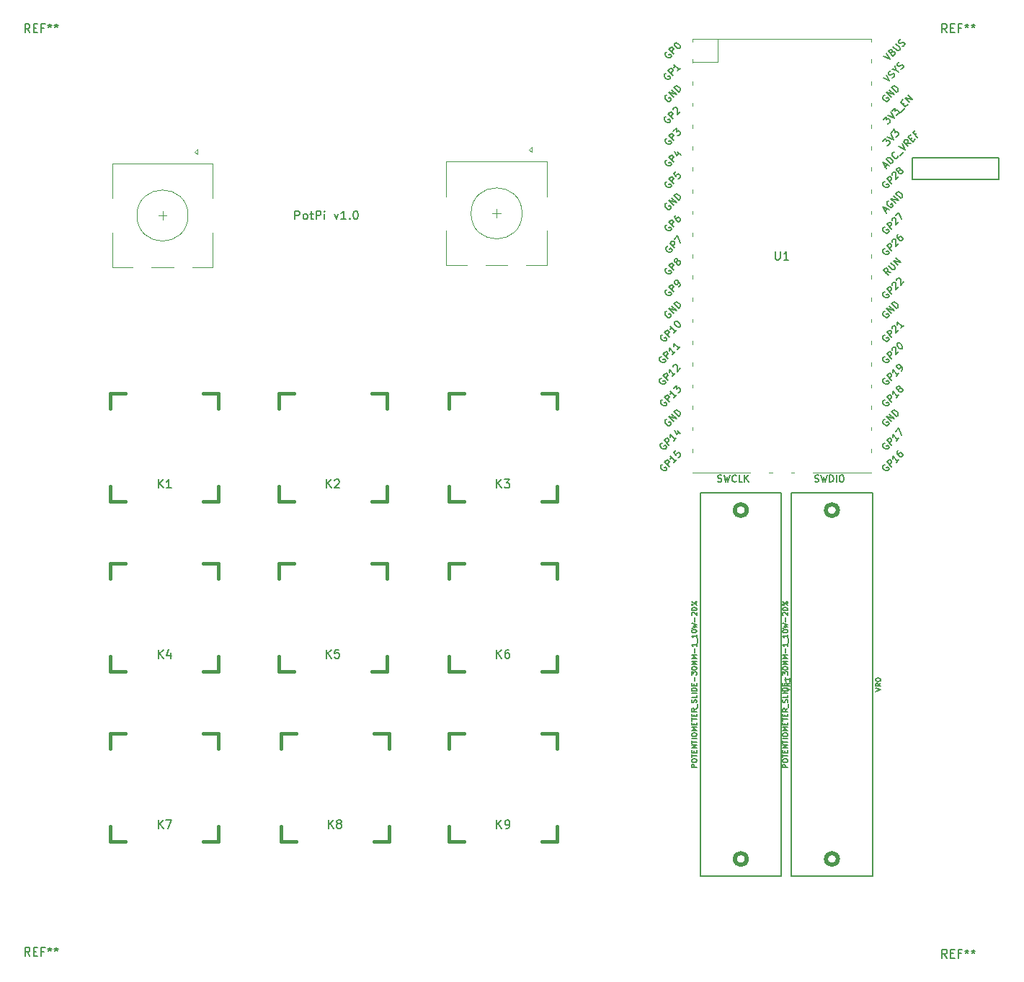
<source format=gto>
%TF.GenerationSoftware,KiCad,Pcbnew,(5.1.7)-1*%
%TF.CreationDate,2021-05-06T00:37:00-04:00*%
%TF.ProjectId,pot_keeb_rpi,706f745f-6b65-4656-925f-7270692e6b69,rev?*%
%TF.SameCoordinates,Original*%
%TF.FileFunction,Legend,Top*%
%TF.FilePolarity,Positive*%
%FSLAX46Y46*%
G04 Gerber Fmt 4.6, Leading zero omitted, Abs format (unit mm)*
G04 Created by KiCad (PCBNEW (5.1.7)-1) date 2021-05-06 00:37:00*
%MOMM*%
%LPD*%
G01*
G04 APERTURE LIST*
%ADD10C,0.150000*%
%ADD11C,0.120000*%
%ADD12C,0.497840*%
%ADD13C,0.203200*%
%ADD14C,0.381000*%
%ADD15C,0.127000*%
%ADD16C,0.200000*%
G04 APERTURE END LIST*
D10*
X92809523Y-63452380D02*
X92809523Y-62452380D01*
X93190476Y-62452380D01*
X93285714Y-62500000D01*
X93333333Y-62547619D01*
X93380952Y-62642857D01*
X93380952Y-62785714D01*
X93333333Y-62880952D01*
X93285714Y-62928571D01*
X93190476Y-62976190D01*
X92809523Y-62976190D01*
X93952380Y-63452380D02*
X93857142Y-63404761D01*
X93809523Y-63357142D01*
X93761904Y-63261904D01*
X93761904Y-62976190D01*
X93809523Y-62880952D01*
X93857142Y-62833333D01*
X93952380Y-62785714D01*
X94095238Y-62785714D01*
X94190476Y-62833333D01*
X94238095Y-62880952D01*
X94285714Y-62976190D01*
X94285714Y-63261904D01*
X94238095Y-63357142D01*
X94190476Y-63404761D01*
X94095238Y-63452380D01*
X93952380Y-63452380D01*
X94571428Y-62785714D02*
X94952380Y-62785714D01*
X94714285Y-62452380D02*
X94714285Y-63309523D01*
X94761904Y-63404761D01*
X94857142Y-63452380D01*
X94952380Y-63452380D01*
X95285714Y-63452380D02*
X95285714Y-62452380D01*
X95666666Y-62452380D01*
X95761904Y-62500000D01*
X95809523Y-62547619D01*
X95857142Y-62642857D01*
X95857142Y-62785714D01*
X95809523Y-62880952D01*
X95761904Y-62928571D01*
X95666666Y-62976190D01*
X95285714Y-62976190D01*
X96285714Y-63452380D02*
X96285714Y-62785714D01*
X96285714Y-62452380D02*
X96238095Y-62500000D01*
X96285714Y-62547619D01*
X96333333Y-62500000D01*
X96285714Y-62452380D01*
X96285714Y-62547619D01*
X97428571Y-62785714D02*
X97666666Y-63452380D01*
X97904761Y-62785714D01*
X98809523Y-63452380D02*
X98238095Y-63452380D01*
X98523809Y-63452380D02*
X98523809Y-62452380D01*
X98428571Y-62595238D01*
X98333333Y-62690476D01*
X98238095Y-62738095D01*
X99238095Y-63357142D02*
X99285714Y-63404761D01*
X99238095Y-63452380D01*
X99190476Y-63404761D01*
X99238095Y-63357142D01*
X99238095Y-63452380D01*
X99904761Y-62452380D02*
X100000000Y-62452380D01*
X100095238Y-62500000D01*
X100142857Y-62547619D01*
X100190476Y-62642857D01*
X100238095Y-62833333D01*
X100238095Y-63071428D01*
X100190476Y-63261904D01*
X100142857Y-63357142D01*
X100095238Y-63404761D01*
X100000000Y-63452380D01*
X99904761Y-63452380D01*
X99809523Y-63404761D01*
X99761904Y-63357142D01*
X99714285Y-63261904D01*
X99666666Y-63071428D01*
X99666666Y-62833333D01*
X99714285Y-62642857D01*
X99761904Y-62547619D01*
X99809523Y-62500000D01*
X99904761Y-62452380D01*
D11*
%TO.C,U1*%
X139500000Y-42250000D02*
X160500000Y-42250000D01*
X146300000Y-93250000D02*
X139500000Y-93250000D01*
X139500000Y-44917000D02*
X142507000Y-44917000D01*
X142507000Y-44917000D02*
X142507000Y-42250000D01*
X139500000Y-42250000D02*
X139500000Y-42550000D01*
X139500000Y-44650000D02*
X139500000Y-45050000D01*
X139500000Y-47250000D02*
X139500000Y-47650000D01*
X139500000Y-49750000D02*
X139500000Y-50150000D01*
X139500000Y-52350000D02*
X139500000Y-52750000D01*
X139500000Y-54850000D02*
X139500000Y-55250000D01*
X139500000Y-57350000D02*
X139500000Y-57750000D01*
X139500000Y-59950000D02*
X139500000Y-60350000D01*
X139500000Y-62450000D02*
X139500000Y-62850000D01*
X139500000Y-65050000D02*
X139500000Y-65450000D01*
X139500000Y-67550000D02*
X139500000Y-67950000D01*
X139500000Y-70050000D02*
X139500000Y-70450000D01*
X139500000Y-72650000D02*
X139500000Y-73050000D01*
X139500000Y-75150000D02*
X139500000Y-75550000D01*
X139500000Y-77750000D02*
X139500000Y-78150000D01*
X139500000Y-80250000D02*
X139500000Y-80650000D01*
X139500000Y-82850000D02*
X139500000Y-83250000D01*
X139500000Y-85350000D02*
X139500000Y-85750000D01*
X139500000Y-87850000D02*
X139500000Y-88250000D01*
X139500000Y-90450000D02*
X139500000Y-90850000D01*
X160500000Y-57350000D02*
X160500000Y-57750000D01*
X160500000Y-62450000D02*
X160500000Y-62850000D01*
X160500000Y-70050000D02*
X160500000Y-70450000D01*
X160500000Y-77750000D02*
X160500000Y-78150000D01*
X160500000Y-47250000D02*
X160500000Y-47650000D01*
X160500000Y-44650000D02*
X160500000Y-45050000D01*
X160500000Y-52350000D02*
X160500000Y-52750000D01*
X160500000Y-85350000D02*
X160500000Y-85750000D01*
X160500000Y-90450000D02*
X160500000Y-90850000D01*
X160500000Y-87850000D02*
X160500000Y-88250000D01*
X160500000Y-72650000D02*
X160500000Y-73050000D01*
X160500000Y-67550000D02*
X160500000Y-67950000D01*
X160500000Y-54850000D02*
X160500000Y-55250000D01*
X160500000Y-59950000D02*
X160500000Y-60350000D01*
X160500000Y-80250000D02*
X160500000Y-80650000D01*
X160500000Y-65050000D02*
X160500000Y-65450000D01*
X160500000Y-42250000D02*
X160500000Y-42550000D01*
X160500000Y-49750000D02*
X160500000Y-50150000D01*
X160500000Y-75150000D02*
X160500000Y-75550000D01*
X160500000Y-82850000D02*
X160500000Y-83250000D01*
X160500000Y-93250000D02*
X153700000Y-93250000D01*
X148500000Y-93250000D02*
X148900000Y-93250000D01*
X151100000Y-93250000D02*
X151500000Y-93250000D01*
D12*
%TO.C,VR1*%
X145897099Y-138619230D02*
G75*
G03*
X145897099Y-138619230I-698500J0D01*
G01*
X145897099Y-97623630D02*
G75*
G03*
X145897099Y-97623630I-698500J0D01*
G01*
D13*
X149948399Y-95622110D02*
X140448799Y-95622110D01*
X149948399Y-140620750D02*
X149948399Y-95622110D01*
X140448799Y-140620750D02*
X149948399Y-140620750D01*
X140448799Y-95622110D02*
X140448799Y-140620750D01*
%TO.C,VR0*%
X151148799Y-95622110D02*
X151148799Y-140620750D01*
X151148799Y-140620750D02*
X160648399Y-140620750D01*
X160648399Y-140620750D02*
X160648399Y-95622110D01*
X160648399Y-95622110D02*
X151148799Y-95622110D01*
D12*
X156597099Y-97623630D02*
G75*
G03*
X156597099Y-97623630I-698500J0D01*
G01*
X156597099Y-138619230D02*
G75*
G03*
X156597099Y-138619230I-698500J0D01*
G01*
D11*
%TO.C,SW12*%
X80250000Y-63000000D02*
G75*
G03*
X80250000Y-63000000I-3000000J0D01*
G01*
X83150000Y-65000000D02*
X83150000Y-69100000D01*
X71350000Y-69100000D02*
X71350000Y-65000000D01*
X71350000Y-61000000D02*
X71350000Y-56900000D01*
X83150000Y-61000000D02*
X83150000Y-56900000D01*
X83150000Y-56900000D02*
X71350000Y-56900000D01*
X81050000Y-55500000D02*
X81350000Y-55200000D01*
X81350000Y-55200000D02*
X81350000Y-55800000D01*
X81350000Y-55800000D02*
X81050000Y-55500000D01*
X83150000Y-69100000D02*
X80750000Y-69100000D01*
X78550000Y-69100000D02*
X75950000Y-69100000D01*
X73750000Y-69100000D02*
X71350000Y-69100000D01*
X77750000Y-63000000D02*
X76750000Y-63000000D01*
X77250000Y-62500000D02*
X77250000Y-63500000D01*
D14*
%TO.C,K1*%
X71150000Y-83900000D02*
X72928000Y-83900000D01*
X82072000Y-83900000D02*
X83850000Y-83900000D01*
X83850000Y-83900000D02*
X83850000Y-85678000D01*
X83850000Y-94822000D02*
X83850000Y-96600000D01*
X83850000Y-96600000D02*
X82072000Y-96600000D01*
X72928000Y-96600000D02*
X71150000Y-96600000D01*
X71150000Y-96600000D02*
X71150000Y-94822000D01*
X71150000Y-85678000D02*
X71150000Y-83900000D01*
%TO.C,K2*%
X90900000Y-83900000D02*
X92678000Y-83900000D01*
X101822000Y-83900000D02*
X103600000Y-83900000D01*
X103600000Y-83900000D02*
X103600000Y-85678000D01*
X103600000Y-94822000D02*
X103600000Y-96600000D01*
X103600000Y-96600000D02*
X101822000Y-96600000D01*
X92678000Y-96600000D02*
X90900000Y-96600000D01*
X90900000Y-96600000D02*
X90900000Y-94822000D01*
X90900000Y-85678000D02*
X90900000Y-83900000D01*
%TO.C,K3*%
X110900000Y-85678000D02*
X110900000Y-83900000D01*
X110900000Y-96600000D02*
X110900000Y-94822000D01*
X112678000Y-96600000D02*
X110900000Y-96600000D01*
X123600000Y-96600000D02*
X121822000Y-96600000D01*
X123600000Y-94822000D02*
X123600000Y-96600000D01*
X123600000Y-83900000D02*
X123600000Y-85678000D01*
X121822000Y-83900000D02*
X123600000Y-83900000D01*
X110900000Y-83900000D02*
X112678000Y-83900000D01*
%TO.C,K4*%
X71150000Y-103900000D02*
X72928000Y-103900000D01*
X82072000Y-103900000D02*
X83850000Y-103900000D01*
X83850000Y-103900000D02*
X83850000Y-105678000D01*
X83850000Y-114822000D02*
X83850000Y-116600000D01*
X83850000Y-116600000D02*
X82072000Y-116600000D01*
X72928000Y-116600000D02*
X71150000Y-116600000D01*
X71150000Y-116600000D02*
X71150000Y-114822000D01*
X71150000Y-105678000D02*
X71150000Y-103900000D01*
%TO.C,K5*%
X90900000Y-103900000D02*
X92678000Y-103900000D01*
X101822000Y-103900000D02*
X103600000Y-103900000D01*
X103600000Y-103900000D02*
X103600000Y-105678000D01*
X103600000Y-114822000D02*
X103600000Y-116600000D01*
X103600000Y-116600000D02*
X101822000Y-116600000D01*
X92678000Y-116600000D02*
X90900000Y-116600000D01*
X90900000Y-116600000D02*
X90900000Y-114822000D01*
X90900000Y-105678000D02*
X90900000Y-103900000D01*
%TO.C,K6*%
X110900000Y-103900000D02*
X112678000Y-103900000D01*
X121822000Y-103900000D02*
X123600000Y-103900000D01*
X123600000Y-103900000D02*
X123600000Y-105678000D01*
X123600000Y-114822000D02*
X123600000Y-116600000D01*
X123600000Y-116600000D02*
X121822000Y-116600000D01*
X112678000Y-116600000D02*
X110900000Y-116600000D01*
X110900000Y-116600000D02*
X110900000Y-114822000D01*
X110900000Y-105678000D02*
X110900000Y-103900000D01*
%TO.C,K7*%
X71150000Y-125678000D02*
X71150000Y-123900000D01*
X71150000Y-136600000D02*
X71150000Y-134822000D01*
X72928000Y-136600000D02*
X71150000Y-136600000D01*
X83850000Y-136600000D02*
X82072000Y-136600000D01*
X83850000Y-134822000D02*
X83850000Y-136600000D01*
X83850000Y-123900000D02*
X83850000Y-125678000D01*
X82072000Y-123900000D02*
X83850000Y-123900000D01*
X71150000Y-123900000D02*
X72928000Y-123900000D01*
%TO.C,K8*%
X91150000Y-123900000D02*
X92928000Y-123900000D01*
X102072000Y-123900000D02*
X103850000Y-123900000D01*
X103850000Y-123900000D02*
X103850000Y-125678000D01*
X103850000Y-134822000D02*
X103850000Y-136600000D01*
X103850000Y-136600000D02*
X102072000Y-136600000D01*
X92928000Y-136600000D02*
X91150000Y-136600000D01*
X91150000Y-136600000D02*
X91150000Y-134822000D01*
X91150000Y-125678000D02*
X91150000Y-123900000D01*
%TO.C,K9*%
X110900000Y-125678000D02*
X110900000Y-123900000D01*
X110900000Y-136600000D02*
X110900000Y-134822000D01*
X112678000Y-136600000D02*
X110900000Y-136600000D01*
X123600000Y-136600000D02*
X121822000Y-136600000D01*
X123600000Y-134822000D02*
X123600000Y-136600000D01*
X123600000Y-123900000D02*
X123600000Y-125678000D01*
X121822000Y-123900000D02*
X123600000Y-123900000D01*
X110900000Y-123900000D02*
X112678000Y-123900000D01*
D11*
%TO.C,SW11*%
X116500000Y-62250000D02*
X116500000Y-63250000D01*
X117000000Y-62750000D02*
X116000000Y-62750000D01*
X113000000Y-68850000D02*
X110600000Y-68850000D01*
X117800000Y-68850000D02*
X115200000Y-68850000D01*
X122400000Y-68850000D02*
X120000000Y-68850000D01*
X120600000Y-55550000D02*
X120300000Y-55250000D01*
X120600000Y-54950000D02*
X120600000Y-55550000D01*
X120300000Y-55250000D02*
X120600000Y-54950000D01*
X122400000Y-56650000D02*
X110600000Y-56650000D01*
X122400000Y-60750000D02*
X122400000Y-56650000D01*
X110600000Y-60750000D02*
X110600000Y-56650000D01*
X110600000Y-68850000D02*
X110600000Y-64750000D01*
X122400000Y-64750000D02*
X122400000Y-68850000D01*
X119500000Y-62750000D02*
G75*
G03*
X119500000Y-62750000I-3000000J0D01*
G01*
D10*
%TO.C,OL1*%
X175520000Y-56230000D02*
X165360000Y-56230000D01*
X165360000Y-56230000D02*
X165360000Y-58770000D01*
X165360000Y-58770000D02*
X175520000Y-58770000D01*
X175520000Y-58770000D02*
X175520000Y-56230000D01*
%TO.C,REF\u002A\u002A*%
X61666666Y-150002380D02*
X61333333Y-149526190D01*
X61095238Y-150002380D02*
X61095238Y-149002380D01*
X61476190Y-149002380D01*
X61571428Y-149050000D01*
X61619047Y-149097619D01*
X61666666Y-149192857D01*
X61666666Y-149335714D01*
X61619047Y-149430952D01*
X61571428Y-149478571D01*
X61476190Y-149526190D01*
X61095238Y-149526190D01*
X62095238Y-149478571D02*
X62428571Y-149478571D01*
X62571428Y-150002380D02*
X62095238Y-150002380D01*
X62095238Y-149002380D01*
X62571428Y-149002380D01*
X63333333Y-149478571D02*
X63000000Y-149478571D01*
X63000000Y-150002380D02*
X63000000Y-149002380D01*
X63476190Y-149002380D01*
X64000000Y-149002380D02*
X64000000Y-149240476D01*
X63761904Y-149145238D02*
X64000000Y-149240476D01*
X64238095Y-149145238D01*
X63857142Y-149430952D02*
X64000000Y-149240476D01*
X64142857Y-149430952D01*
X64761904Y-149002380D02*
X64761904Y-149240476D01*
X64523809Y-149145238D02*
X64761904Y-149240476D01*
X65000000Y-149145238D01*
X64619047Y-149430952D02*
X64761904Y-149240476D01*
X64904761Y-149430952D01*
X61666666Y-41502380D02*
X61333333Y-41026190D01*
X61095238Y-41502380D02*
X61095238Y-40502380D01*
X61476190Y-40502380D01*
X61571428Y-40550000D01*
X61619047Y-40597619D01*
X61666666Y-40692857D01*
X61666666Y-40835714D01*
X61619047Y-40930952D01*
X61571428Y-40978571D01*
X61476190Y-41026190D01*
X61095238Y-41026190D01*
X62095238Y-40978571D02*
X62428571Y-40978571D01*
X62571428Y-41502380D02*
X62095238Y-41502380D01*
X62095238Y-40502380D01*
X62571428Y-40502380D01*
X63333333Y-40978571D02*
X63000000Y-40978571D01*
X63000000Y-41502380D02*
X63000000Y-40502380D01*
X63476190Y-40502380D01*
X64000000Y-40502380D02*
X64000000Y-40740476D01*
X63761904Y-40645238D02*
X64000000Y-40740476D01*
X64238095Y-40645238D01*
X63857142Y-40930952D02*
X64000000Y-40740476D01*
X64142857Y-40930952D01*
X64761904Y-40502380D02*
X64761904Y-40740476D01*
X64523809Y-40645238D02*
X64761904Y-40740476D01*
X65000000Y-40645238D01*
X64619047Y-40930952D02*
X64761904Y-40740476D01*
X64904761Y-40930952D01*
X169416666Y-41502380D02*
X169083333Y-41026190D01*
X168845238Y-41502380D02*
X168845238Y-40502380D01*
X169226190Y-40502380D01*
X169321428Y-40550000D01*
X169369047Y-40597619D01*
X169416666Y-40692857D01*
X169416666Y-40835714D01*
X169369047Y-40930952D01*
X169321428Y-40978571D01*
X169226190Y-41026190D01*
X168845238Y-41026190D01*
X169845238Y-40978571D02*
X170178571Y-40978571D01*
X170321428Y-41502380D02*
X169845238Y-41502380D01*
X169845238Y-40502380D01*
X170321428Y-40502380D01*
X171083333Y-40978571D02*
X170750000Y-40978571D01*
X170750000Y-41502380D02*
X170750000Y-40502380D01*
X171226190Y-40502380D01*
X171750000Y-40502380D02*
X171750000Y-40740476D01*
X171511904Y-40645238D02*
X171750000Y-40740476D01*
X171988095Y-40645238D01*
X171607142Y-40930952D02*
X171750000Y-40740476D01*
X171892857Y-40930952D01*
X172511904Y-40502380D02*
X172511904Y-40740476D01*
X172273809Y-40645238D02*
X172511904Y-40740476D01*
X172750000Y-40645238D01*
X172369047Y-40930952D02*
X172511904Y-40740476D01*
X172654761Y-40930952D01*
X169416666Y-150252380D02*
X169083333Y-149776190D01*
X168845238Y-150252380D02*
X168845238Y-149252380D01*
X169226190Y-149252380D01*
X169321428Y-149300000D01*
X169369047Y-149347619D01*
X169416666Y-149442857D01*
X169416666Y-149585714D01*
X169369047Y-149680952D01*
X169321428Y-149728571D01*
X169226190Y-149776190D01*
X168845238Y-149776190D01*
X169845238Y-149728571D02*
X170178571Y-149728571D01*
X170321428Y-150252380D02*
X169845238Y-150252380D01*
X169845238Y-149252380D01*
X170321428Y-149252380D01*
X171083333Y-149728571D02*
X170750000Y-149728571D01*
X170750000Y-150252380D02*
X170750000Y-149252380D01*
X171226190Y-149252380D01*
X171750000Y-149252380D02*
X171750000Y-149490476D01*
X171511904Y-149395238D02*
X171750000Y-149490476D01*
X171988095Y-149395238D01*
X171607142Y-149680952D02*
X171750000Y-149490476D01*
X171892857Y-149680952D01*
X172511904Y-149252380D02*
X172511904Y-149490476D01*
X172273809Y-149395238D02*
X172511904Y-149490476D01*
X172750000Y-149395238D01*
X172369047Y-149680952D02*
X172511904Y-149490476D01*
X172654761Y-149680952D01*
%TO.C,U1*%
X149238095Y-67202380D02*
X149238095Y-68011904D01*
X149285714Y-68107142D01*
X149333333Y-68154761D01*
X149428571Y-68202380D01*
X149619047Y-68202380D01*
X149714285Y-68154761D01*
X149761904Y-68107142D01*
X149809523Y-68011904D01*
X149809523Y-67202380D01*
X150809523Y-68202380D02*
X150238095Y-68202380D01*
X150523809Y-68202380D02*
X150523809Y-67202380D01*
X150428571Y-67345238D01*
X150333333Y-67440476D01*
X150238095Y-67488095D01*
X136413096Y-46271218D02*
X136332284Y-46298155D01*
X136251471Y-46378967D01*
X136197597Y-46486717D01*
X136197597Y-46594467D01*
X136224534Y-46675279D01*
X136305346Y-46809966D01*
X136386158Y-46890778D01*
X136520845Y-46971590D01*
X136601658Y-46998528D01*
X136709407Y-46998528D01*
X136817157Y-46944653D01*
X136871032Y-46890778D01*
X136924906Y-46783028D01*
X136924906Y-46729154D01*
X136736345Y-46540592D01*
X136628595Y-46648341D01*
X137221218Y-46540592D02*
X136655532Y-45974906D01*
X136871032Y-45759407D01*
X136951844Y-45732470D01*
X137005719Y-45732470D01*
X137086531Y-45759407D01*
X137167343Y-45840219D01*
X137194280Y-45921032D01*
X137194280Y-45974906D01*
X137167343Y-46055719D01*
X136951844Y-46271218D01*
X138083215Y-45678595D02*
X137759966Y-46001844D01*
X137921590Y-45840219D02*
X137355905Y-45274534D01*
X137382842Y-45409221D01*
X137382842Y-45516971D01*
X137355905Y-45597783D01*
X136413096Y-51361218D02*
X136332284Y-51388155D01*
X136251471Y-51468967D01*
X136197597Y-51576717D01*
X136197597Y-51684467D01*
X136224534Y-51765279D01*
X136305346Y-51899966D01*
X136386158Y-51980778D01*
X136520845Y-52061590D01*
X136601658Y-52088528D01*
X136709407Y-52088528D01*
X136817157Y-52034653D01*
X136871032Y-51980778D01*
X136924906Y-51873028D01*
X136924906Y-51819154D01*
X136736345Y-51630592D01*
X136628595Y-51738341D01*
X137221218Y-51630592D02*
X136655532Y-51064906D01*
X136871032Y-50849407D01*
X136951844Y-50822470D01*
X137005719Y-50822470D01*
X137086531Y-50849407D01*
X137167343Y-50930219D01*
X137194280Y-51011032D01*
X137194280Y-51064906D01*
X137167343Y-51145719D01*
X136951844Y-51361218D01*
X137248155Y-50580033D02*
X137248155Y-50526158D01*
X137275093Y-50445346D01*
X137409780Y-50310659D01*
X137490592Y-50283722D01*
X137544467Y-50283722D01*
X137625279Y-50310659D01*
X137679154Y-50364534D01*
X137733028Y-50472284D01*
X137733028Y-51118781D01*
X138083215Y-50768595D01*
X136513096Y-43741218D02*
X136432284Y-43768155D01*
X136351471Y-43848967D01*
X136297597Y-43956717D01*
X136297597Y-44064467D01*
X136324534Y-44145279D01*
X136405346Y-44279966D01*
X136486158Y-44360778D01*
X136620845Y-44441590D01*
X136701658Y-44468528D01*
X136809407Y-44468528D01*
X136917157Y-44414653D01*
X136971032Y-44360778D01*
X137024906Y-44253028D01*
X137024906Y-44199154D01*
X136836345Y-44010592D01*
X136728595Y-44118341D01*
X137321218Y-44010592D02*
X136755532Y-43444906D01*
X136971032Y-43229407D01*
X137051844Y-43202470D01*
X137105719Y-43202470D01*
X137186531Y-43229407D01*
X137267343Y-43310219D01*
X137294280Y-43391032D01*
X137294280Y-43444906D01*
X137267343Y-43525719D01*
X137051844Y-43741218D01*
X137428967Y-42771471D02*
X137482842Y-42717597D01*
X137563654Y-42690659D01*
X137617529Y-42690659D01*
X137698341Y-42717597D01*
X137833028Y-42798409D01*
X137967715Y-42933096D01*
X138048528Y-43067783D01*
X138075465Y-43148595D01*
X138075465Y-43202470D01*
X138048528Y-43283282D01*
X137994653Y-43337157D01*
X137913841Y-43364094D01*
X137859966Y-43364094D01*
X137779154Y-43337157D01*
X137644467Y-43256345D01*
X137509780Y-43121658D01*
X137428967Y-42986971D01*
X137402030Y-42906158D01*
X137402030Y-42852284D01*
X137428967Y-42771471D01*
X136513096Y-53901218D02*
X136432284Y-53928155D01*
X136351471Y-54008967D01*
X136297597Y-54116717D01*
X136297597Y-54224467D01*
X136324534Y-54305279D01*
X136405346Y-54439966D01*
X136486158Y-54520778D01*
X136620845Y-54601590D01*
X136701658Y-54628528D01*
X136809407Y-54628528D01*
X136917157Y-54574653D01*
X136971032Y-54520778D01*
X137024906Y-54413028D01*
X137024906Y-54359154D01*
X136836345Y-54170592D01*
X136728595Y-54278341D01*
X137321218Y-54170592D02*
X136755532Y-53604906D01*
X136971032Y-53389407D01*
X137051844Y-53362470D01*
X137105719Y-53362470D01*
X137186531Y-53389407D01*
X137267343Y-53470219D01*
X137294280Y-53551032D01*
X137294280Y-53604906D01*
X137267343Y-53685719D01*
X137051844Y-53901218D01*
X137267343Y-53093096D02*
X137617529Y-52742910D01*
X137644467Y-53146971D01*
X137725279Y-53066158D01*
X137806091Y-53039221D01*
X137859966Y-53039221D01*
X137940778Y-53066158D01*
X138075465Y-53200845D01*
X138102402Y-53281658D01*
X138102402Y-53335532D01*
X138075465Y-53416345D01*
X137913841Y-53577969D01*
X137833028Y-53604906D01*
X137779154Y-53604906D01*
X136513096Y-56441218D02*
X136432284Y-56468155D01*
X136351471Y-56548967D01*
X136297597Y-56656717D01*
X136297597Y-56764467D01*
X136324534Y-56845279D01*
X136405346Y-56979966D01*
X136486158Y-57060778D01*
X136620845Y-57141590D01*
X136701658Y-57168528D01*
X136809407Y-57168528D01*
X136917157Y-57114653D01*
X136971032Y-57060778D01*
X137024906Y-56953028D01*
X137024906Y-56899154D01*
X136836345Y-56710592D01*
X136728595Y-56818341D01*
X137321218Y-56710592D02*
X136755532Y-56144906D01*
X136971032Y-55929407D01*
X137051844Y-55902470D01*
X137105719Y-55902470D01*
X137186531Y-55929407D01*
X137267343Y-56010219D01*
X137294280Y-56091032D01*
X137294280Y-56144906D01*
X137267343Y-56225719D01*
X137051844Y-56441218D01*
X137752216Y-55525346D02*
X138129340Y-55902470D01*
X137402030Y-55444534D02*
X137671404Y-55983282D01*
X138021590Y-55633096D01*
X136513096Y-58981218D02*
X136432284Y-59008155D01*
X136351471Y-59088967D01*
X136297597Y-59196717D01*
X136297597Y-59304467D01*
X136324534Y-59385279D01*
X136405346Y-59519966D01*
X136486158Y-59600778D01*
X136620845Y-59681590D01*
X136701658Y-59708528D01*
X136809407Y-59708528D01*
X136917157Y-59654653D01*
X136971032Y-59600778D01*
X137024906Y-59493028D01*
X137024906Y-59439154D01*
X136836345Y-59250592D01*
X136728595Y-59358341D01*
X137321218Y-59250592D02*
X136755532Y-58684906D01*
X136971032Y-58469407D01*
X137051844Y-58442470D01*
X137105719Y-58442470D01*
X137186531Y-58469407D01*
X137267343Y-58550219D01*
X137294280Y-58631032D01*
X137294280Y-58684906D01*
X137267343Y-58765719D01*
X137051844Y-58981218D01*
X137590592Y-57849847D02*
X137321218Y-58119221D01*
X137563654Y-58415532D01*
X137563654Y-58361658D01*
X137590592Y-58280845D01*
X137725279Y-58146158D01*
X137806091Y-58119221D01*
X137859966Y-58119221D01*
X137940778Y-58146158D01*
X138075465Y-58280845D01*
X138102402Y-58361658D01*
X138102402Y-58415532D01*
X138075465Y-58496345D01*
X137940778Y-58631032D01*
X137859966Y-58657969D01*
X137806091Y-58657969D01*
X136513096Y-64061218D02*
X136432284Y-64088155D01*
X136351471Y-64168967D01*
X136297597Y-64276717D01*
X136297597Y-64384467D01*
X136324534Y-64465279D01*
X136405346Y-64599966D01*
X136486158Y-64680778D01*
X136620845Y-64761590D01*
X136701658Y-64788528D01*
X136809407Y-64788528D01*
X136917157Y-64734653D01*
X136971032Y-64680778D01*
X137024906Y-64573028D01*
X137024906Y-64519154D01*
X136836345Y-64330592D01*
X136728595Y-64438341D01*
X137321218Y-64330592D02*
X136755532Y-63764906D01*
X136971032Y-63549407D01*
X137051844Y-63522470D01*
X137105719Y-63522470D01*
X137186531Y-63549407D01*
X137267343Y-63630219D01*
X137294280Y-63711032D01*
X137294280Y-63764906D01*
X137267343Y-63845719D01*
X137051844Y-64061218D01*
X137563654Y-62956784D02*
X137455905Y-63064534D01*
X137428967Y-63145346D01*
X137428967Y-63199221D01*
X137455905Y-63333908D01*
X137536717Y-63468595D01*
X137752216Y-63684094D01*
X137833028Y-63711032D01*
X137886903Y-63711032D01*
X137967715Y-63684094D01*
X138075465Y-63576345D01*
X138102402Y-63495532D01*
X138102402Y-63441658D01*
X138075465Y-63360845D01*
X137940778Y-63226158D01*
X137859966Y-63199221D01*
X137806091Y-63199221D01*
X137725279Y-63226158D01*
X137617529Y-63333908D01*
X137590592Y-63414720D01*
X137590592Y-63468595D01*
X137617529Y-63549407D01*
X136613096Y-66571218D02*
X136532284Y-66598155D01*
X136451471Y-66678967D01*
X136397597Y-66786717D01*
X136397597Y-66894467D01*
X136424534Y-66975279D01*
X136505346Y-67109966D01*
X136586158Y-67190778D01*
X136720845Y-67271590D01*
X136801658Y-67298528D01*
X136909407Y-67298528D01*
X137017157Y-67244653D01*
X137071032Y-67190778D01*
X137124906Y-67083028D01*
X137124906Y-67029154D01*
X136936345Y-66840592D01*
X136828595Y-66948341D01*
X137421218Y-66840592D02*
X136855532Y-66274906D01*
X137071032Y-66059407D01*
X137151844Y-66032470D01*
X137205719Y-66032470D01*
X137286531Y-66059407D01*
X137367343Y-66140219D01*
X137394280Y-66221032D01*
X137394280Y-66274906D01*
X137367343Y-66355719D01*
X137151844Y-66571218D01*
X137367343Y-65763096D02*
X137744467Y-65385972D01*
X138067715Y-66194094D01*
X136513096Y-69141218D02*
X136432284Y-69168155D01*
X136351471Y-69248967D01*
X136297597Y-69356717D01*
X136297597Y-69464467D01*
X136324534Y-69545279D01*
X136405346Y-69679966D01*
X136486158Y-69760778D01*
X136620845Y-69841590D01*
X136701658Y-69868528D01*
X136809407Y-69868528D01*
X136917157Y-69814653D01*
X136971032Y-69760778D01*
X137024906Y-69653028D01*
X137024906Y-69599154D01*
X136836345Y-69410592D01*
X136728595Y-69518341D01*
X137321218Y-69410592D02*
X136755532Y-68844906D01*
X136971032Y-68629407D01*
X137051844Y-68602470D01*
X137105719Y-68602470D01*
X137186531Y-68629407D01*
X137267343Y-68710219D01*
X137294280Y-68791032D01*
X137294280Y-68844906D01*
X137267343Y-68925719D01*
X137051844Y-69141218D01*
X137644467Y-68440845D02*
X137563654Y-68467783D01*
X137509780Y-68467783D01*
X137428967Y-68440845D01*
X137402030Y-68413908D01*
X137375093Y-68333096D01*
X137375093Y-68279221D01*
X137402030Y-68198409D01*
X137509780Y-68090659D01*
X137590592Y-68063722D01*
X137644467Y-68063722D01*
X137725279Y-68090659D01*
X137752216Y-68117597D01*
X137779154Y-68198409D01*
X137779154Y-68252284D01*
X137752216Y-68333096D01*
X137644467Y-68440845D01*
X137617529Y-68521658D01*
X137617529Y-68575532D01*
X137644467Y-68656345D01*
X137752216Y-68764094D01*
X137833028Y-68791032D01*
X137886903Y-68791032D01*
X137967715Y-68764094D01*
X138075465Y-68656345D01*
X138102402Y-68575532D01*
X138102402Y-68521658D01*
X138075465Y-68440845D01*
X137967715Y-68333096D01*
X137886903Y-68306158D01*
X137833028Y-68306158D01*
X137752216Y-68333096D01*
X136513096Y-71681218D02*
X136432284Y-71708155D01*
X136351471Y-71788967D01*
X136297597Y-71896717D01*
X136297597Y-72004467D01*
X136324534Y-72085279D01*
X136405346Y-72219966D01*
X136486158Y-72300778D01*
X136620845Y-72381590D01*
X136701658Y-72408528D01*
X136809407Y-72408528D01*
X136917157Y-72354653D01*
X136971032Y-72300778D01*
X137024906Y-72193028D01*
X137024906Y-72139154D01*
X136836345Y-71950592D01*
X136728595Y-72058341D01*
X137321218Y-71950592D02*
X136755532Y-71384906D01*
X136971032Y-71169407D01*
X137051844Y-71142470D01*
X137105719Y-71142470D01*
X137186531Y-71169407D01*
X137267343Y-71250219D01*
X137294280Y-71331032D01*
X137294280Y-71384906D01*
X137267343Y-71465719D01*
X137051844Y-71681218D01*
X137913841Y-71357969D02*
X138021590Y-71250219D01*
X138048528Y-71169407D01*
X138048528Y-71115532D01*
X138021590Y-70980845D01*
X137940778Y-70846158D01*
X137725279Y-70630659D01*
X137644467Y-70603722D01*
X137590592Y-70603722D01*
X137509780Y-70630659D01*
X137402030Y-70738409D01*
X137375093Y-70819221D01*
X137375093Y-70873096D01*
X137402030Y-70953908D01*
X137536717Y-71088595D01*
X137617529Y-71115532D01*
X137671404Y-71115532D01*
X137752216Y-71088595D01*
X137859966Y-70980845D01*
X137886903Y-70900033D01*
X137886903Y-70846158D01*
X137859966Y-70765346D01*
X135989722Y-77030592D02*
X135908910Y-77057529D01*
X135828097Y-77138341D01*
X135774223Y-77246091D01*
X135774223Y-77353841D01*
X135801160Y-77434653D01*
X135881972Y-77569340D01*
X135962784Y-77650152D01*
X136097471Y-77730964D01*
X136178284Y-77757902D01*
X136286033Y-77757902D01*
X136393783Y-77704027D01*
X136447658Y-77650152D01*
X136501532Y-77542402D01*
X136501532Y-77488528D01*
X136312971Y-77299966D01*
X136205221Y-77407715D01*
X136797844Y-77299966D02*
X136232158Y-76734280D01*
X136447658Y-76518781D01*
X136528470Y-76491844D01*
X136582345Y-76491844D01*
X136663157Y-76518781D01*
X136743969Y-76599593D01*
X136770906Y-76680406D01*
X136770906Y-76734280D01*
X136743969Y-76815093D01*
X136528470Y-77030592D01*
X137659841Y-76437969D02*
X137336592Y-76761218D01*
X137498216Y-76599593D02*
X136932531Y-76033908D01*
X136959468Y-76168595D01*
X136959468Y-76276345D01*
X136932531Y-76357157D01*
X137444341Y-75522097D02*
X137498216Y-75468223D01*
X137579028Y-75441285D01*
X137632903Y-75441285D01*
X137713715Y-75468223D01*
X137848402Y-75549035D01*
X137983089Y-75683722D01*
X138063902Y-75818409D01*
X138090839Y-75899221D01*
X138090839Y-75953096D01*
X138063902Y-76033908D01*
X138010027Y-76087783D01*
X137929215Y-76114720D01*
X137875340Y-76114720D01*
X137794528Y-76087783D01*
X137659841Y-76006971D01*
X137525154Y-75872284D01*
X137444341Y-75737597D01*
X137417404Y-75656784D01*
X137417404Y-75602910D01*
X137444341Y-75522097D01*
X135843722Y-79570592D02*
X135762910Y-79597529D01*
X135682097Y-79678341D01*
X135628223Y-79786091D01*
X135628223Y-79893841D01*
X135655160Y-79974653D01*
X135735972Y-80109340D01*
X135816784Y-80190152D01*
X135951471Y-80270964D01*
X136032284Y-80297902D01*
X136140033Y-80297902D01*
X136247783Y-80244027D01*
X136301658Y-80190152D01*
X136355532Y-80082402D01*
X136355532Y-80028528D01*
X136166971Y-79839966D01*
X136059221Y-79947715D01*
X136651844Y-79839966D02*
X136086158Y-79274280D01*
X136301658Y-79058781D01*
X136382470Y-79031844D01*
X136436345Y-79031844D01*
X136517157Y-79058781D01*
X136597969Y-79139593D01*
X136624906Y-79220406D01*
X136624906Y-79274280D01*
X136597969Y-79355093D01*
X136382470Y-79570592D01*
X137513841Y-78977969D02*
X137190592Y-79301218D01*
X137352216Y-79139593D02*
X136786531Y-78573908D01*
X136813468Y-78708595D01*
X136813468Y-78816345D01*
X136786531Y-78897157D01*
X138052589Y-78439221D02*
X137729340Y-78762470D01*
X137890964Y-78600845D02*
X137325279Y-78035160D01*
X137352216Y-78169847D01*
X137352216Y-78277597D01*
X137325279Y-78358409D01*
X135843722Y-82110592D02*
X135762910Y-82137529D01*
X135682097Y-82218341D01*
X135628223Y-82326091D01*
X135628223Y-82433841D01*
X135655160Y-82514653D01*
X135735972Y-82649340D01*
X135816784Y-82730152D01*
X135951471Y-82810964D01*
X136032284Y-82837902D01*
X136140033Y-82837902D01*
X136247783Y-82784027D01*
X136301658Y-82730152D01*
X136355532Y-82622402D01*
X136355532Y-82568528D01*
X136166971Y-82379966D01*
X136059221Y-82487715D01*
X136651844Y-82379966D02*
X136086158Y-81814280D01*
X136301658Y-81598781D01*
X136382470Y-81571844D01*
X136436345Y-81571844D01*
X136517157Y-81598781D01*
X136597969Y-81679593D01*
X136624906Y-81760406D01*
X136624906Y-81814280D01*
X136597969Y-81895093D01*
X136382470Y-82110592D01*
X137513841Y-81517969D02*
X137190592Y-81841218D01*
X137352216Y-81679593D02*
X136786531Y-81113908D01*
X136813468Y-81248595D01*
X136813468Y-81356345D01*
X136786531Y-81437157D01*
X137217529Y-80790659D02*
X137217529Y-80736784D01*
X137244467Y-80655972D01*
X137379154Y-80521285D01*
X137459966Y-80494348D01*
X137513841Y-80494348D01*
X137594653Y-80521285D01*
X137648528Y-80575160D01*
X137702402Y-80682910D01*
X137702402Y-81329407D01*
X138052589Y-80979221D01*
X135989722Y-84650592D02*
X135908910Y-84677529D01*
X135828097Y-84758341D01*
X135774223Y-84866091D01*
X135774223Y-84973841D01*
X135801160Y-85054653D01*
X135881972Y-85189340D01*
X135962784Y-85270152D01*
X136097471Y-85350964D01*
X136178284Y-85377902D01*
X136286033Y-85377902D01*
X136393783Y-85324027D01*
X136447658Y-85270152D01*
X136501532Y-85162402D01*
X136501532Y-85108528D01*
X136312971Y-84919966D01*
X136205221Y-85027715D01*
X136797844Y-84919966D02*
X136232158Y-84354280D01*
X136447658Y-84138781D01*
X136528470Y-84111844D01*
X136582345Y-84111844D01*
X136663157Y-84138781D01*
X136743969Y-84219593D01*
X136770906Y-84300406D01*
X136770906Y-84354280D01*
X136743969Y-84435093D01*
X136528470Y-84650592D01*
X137659841Y-84057969D02*
X137336592Y-84381218D01*
X137498216Y-84219593D02*
X136932531Y-83653908D01*
X136959468Y-83788595D01*
X136959468Y-83896345D01*
X136932531Y-83977157D01*
X137282717Y-83303722D02*
X137632903Y-82953536D01*
X137659841Y-83357597D01*
X137740653Y-83276784D01*
X137821465Y-83249847D01*
X137875340Y-83249847D01*
X137956152Y-83276784D01*
X138090839Y-83411471D01*
X138117776Y-83492284D01*
X138117776Y-83546158D01*
X138090839Y-83626971D01*
X137929215Y-83788595D01*
X137848402Y-83815532D01*
X137794528Y-83815532D01*
X135943722Y-89730592D02*
X135862910Y-89757529D01*
X135782097Y-89838341D01*
X135728223Y-89946091D01*
X135728223Y-90053841D01*
X135755160Y-90134653D01*
X135835972Y-90269340D01*
X135916784Y-90350152D01*
X136051471Y-90430964D01*
X136132284Y-90457902D01*
X136240033Y-90457902D01*
X136347783Y-90404027D01*
X136401658Y-90350152D01*
X136455532Y-90242402D01*
X136455532Y-90188528D01*
X136266971Y-89999966D01*
X136159221Y-90107715D01*
X136751844Y-89999966D02*
X136186158Y-89434280D01*
X136401658Y-89218781D01*
X136482470Y-89191844D01*
X136536345Y-89191844D01*
X136617157Y-89218781D01*
X136697969Y-89299593D01*
X136724906Y-89380406D01*
X136724906Y-89434280D01*
X136697969Y-89515093D01*
X136482470Y-89730592D01*
X137613841Y-89137969D02*
X137290592Y-89461218D01*
X137452216Y-89299593D02*
X136886531Y-88733908D01*
X136913468Y-88868595D01*
X136913468Y-88976345D01*
X136886531Y-89057157D01*
X137721590Y-88275972D02*
X138098714Y-88653096D01*
X137371404Y-88195160D02*
X137640778Y-88733908D01*
X137990964Y-88383722D01*
X135989722Y-92270592D02*
X135908910Y-92297529D01*
X135828097Y-92378341D01*
X135774223Y-92486091D01*
X135774223Y-92593841D01*
X135801160Y-92674653D01*
X135881972Y-92809340D01*
X135962784Y-92890152D01*
X136097471Y-92970964D01*
X136178284Y-92997902D01*
X136286033Y-92997902D01*
X136393783Y-92944027D01*
X136447658Y-92890152D01*
X136501532Y-92782402D01*
X136501532Y-92728528D01*
X136312971Y-92539966D01*
X136205221Y-92647715D01*
X136797844Y-92539966D02*
X136232158Y-91974280D01*
X136447658Y-91758781D01*
X136528470Y-91731844D01*
X136582345Y-91731844D01*
X136663157Y-91758781D01*
X136743969Y-91839593D01*
X136770906Y-91920406D01*
X136770906Y-91974280D01*
X136743969Y-92055093D01*
X136528470Y-92270592D01*
X137659841Y-91677969D02*
X137336592Y-92001218D01*
X137498216Y-91839593D02*
X136932531Y-91273908D01*
X136959468Y-91408595D01*
X136959468Y-91516345D01*
X136932531Y-91597157D01*
X137605966Y-90600473D02*
X137336592Y-90869847D01*
X137579028Y-91166158D01*
X137579028Y-91112284D01*
X137605966Y-91031471D01*
X137740653Y-90896784D01*
X137821465Y-90869847D01*
X137875340Y-90869847D01*
X137956152Y-90896784D01*
X138090839Y-91031471D01*
X138117776Y-91112284D01*
X138117776Y-91166158D01*
X138090839Y-91246971D01*
X137956152Y-91381658D01*
X137875340Y-91408595D01*
X137821465Y-91408595D01*
X162097722Y-92270592D02*
X162016910Y-92297529D01*
X161936097Y-92378341D01*
X161882223Y-92486091D01*
X161882223Y-92593841D01*
X161909160Y-92674653D01*
X161989972Y-92809340D01*
X162070784Y-92890152D01*
X162205471Y-92970964D01*
X162286284Y-92997902D01*
X162394033Y-92997902D01*
X162501783Y-92944027D01*
X162555658Y-92890152D01*
X162609532Y-92782402D01*
X162609532Y-92728528D01*
X162420971Y-92539966D01*
X162313221Y-92647715D01*
X162905844Y-92539966D02*
X162340158Y-91974280D01*
X162555658Y-91758781D01*
X162636470Y-91731844D01*
X162690345Y-91731844D01*
X162771157Y-91758781D01*
X162851969Y-91839593D01*
X162878906Y-91920406D01*
X162878906Y-91974280D01*
X162851969Y-92055093D01*
X162636470Y-92270592D01*
X163767841Y-91677969D02*
X163444592Y-92001218D01*
X163606216Y-91839593D02*
X163040531Y-91273908D01*
X163067468Y-91408595D01*
X163067468Y-91516345D01*
X163040531Y-91597157D01*
X163687028Y-90627410D02*
X163579279Y-90735160D01*
X163552341Y-90815972D01*
X163552341Y-90869847D01*
X163579279Y-91004534D01*
X163660091Y-91139221D01*
X163875590Y-91354720D01*
X163956402Y-91381658D01*
X164010277Y-91381658D01*
X164091089Y-91354720D01*
X164198839Y-91246971D01*
X164225776Y-91166158D01*
X164225776Y-91112284D01*
X164198839Y-91031471D01*
X164064152Y-90896784D01*
X163983340Y-90869847D01*
X163929465Y-90869847D01*
X163848653Y-90896784D01*
X163740903Y-91004534D01*
X163713966Y-91085346D01*
X163713966Y-91139221D01*
X163740903Y-91220033D01*
X162097722Y-89730592D02*
X162016910Y-89757529D01*
X161936097Y-89838341D01*
X161882223Y-89946091D01*
X161882223Y-90053841D01*
X161909160Y-90134653D01*
X161989972Y-90269340D01*
X162070784Y-90350152D01*
X162205471Y-90430964D01*
X162286284Y-90457902D01*
X162394033Y-90457902D01*
X162501783Y-90404027D01*
X162555658Y-90350152D01*
X162609532Y-90242402D01*
X162609532Y-90188528D01*
X162420971Y-89999966D01*
X162313221Y-90107715D01*
X162905844Y-89999966D02*
X162340158Y-89434280D01*
X162555658Y-89218781D01*
X162636470Y-89191844D01*
X162690345Y-89191844D01*
X162771157Y-89218781D01*
X162851969Y-89299593D01*
X162878906Y-89380406D01*
X162878906Y-89434280D01*
X162851969Y-89515093D01*
X162636470Y-89730592D01*
X163767841Y-89137969D02*
X163444592Y-89461218D01*
X163606216Y-89299593D02*
X163040531Y-88733908D01*
X163067468Y-88868595D01*
X163067468Y-88976345D01*
X163040531Y-89057157D01*
X163390717Y-88383722D02*
X163767841Y-88006598D01*
X164091089Y-88814720D01*
X162097722Y-84650592D02*
X162016910Y-84677529D01*
X161936097Y-84758341D01*
X161882223Y-84866091D01*
X161882223Y-84973841D01*
X161909160Y-85054653D01*
X161989972Y-85189340D01*
X162070784Y-85270152D01*
X162205471Y-85350964D01*
X162286284Y-85377902D01*
X162394033Y-85377902D01*
X162501783Y-85324027D01*
X162555658Y-85270152D01*
X162609532Y-85162402D01*
X162609532Y-85108528D01*
X162420971Y-84919966D01*
X162313221Y-85027715D01*
X162905844Y-84919966D02*
X162340158Y-84354280D01*
X162555658Y-84138781D01*
X162636470Y-84111844D01*
X162690345Y-84111844D01*
X162771157Y-84138781D01*
X162851969Y-84219593D01*
X162878906Y-84300406D01*
X162878906Y-84354280D01*
X162851969Y-84435093D01*
X162636470Y-84650592D01*
X163767841Y-84057969D02*
X163444592Y-84381218D01*
X163606216Y-84219593D02*
X163040531Y-83653908D01*
X163067468Y-83788595D01*
X163067468Y-83896345D01*
X163040531Y-83977157D01*
X163767841Y-83411471D02*
X163687028Y-83438409D01*
X163633154Y-83438409D01*
X163552341Y-83411471D01*
X163525404Y-83384534D01*
X163498467Y-83303722D01*
X163498467Y-83249847D01*
X163525404Y-83169035D01*
X163633154Y-83061285D01*
X163713966Y-83034348D01*
X163767841Y-83034348D01*
X163848653Y-83061285D01*
X163875590Y-83088223D01*
X163902528Y-83169035D01*
X163902528Y-83222910D01*
X163875590Y-83303722D01*
X163767841Y-83411471D01*
X163740903Y-83492284D01*
X163740903Y-83546158D01*
X163767841Y-83626971D01*
X163875590Y-83734720D01*
X163956402Y-83761658D01*
X164010277Y-83761658D01*
X164091089Y-83734720D01*
X164198839Y-83626971D01*
X164225776Y-83546158D01*
X164225776Y-83492284D01*
X164198839Y-83411471D01*
X164091089Y-83303722D01*
X164010277Y-83276784D01*
X163956402Y-83276784D01*
X163875590Y-83303722D01*
X162097722Y-82110592D02*
X162016910Y-82137529D01*
X161936097Y-82218341D01*
X161882223Y-82326091D01*
X161882223Y-82433841D01*
X161909160Y-82514653D01*
X161989972Y-82649340D01*
X162070784Y-82730152D01*
X162205471Y-82810964D01*
X162286284Y-82837902D01*
X162394033Y-82837902D01*
X162501783Y-82784027D01*
X162555658Y-82730152D01*
X162609532Y-82622402D01*
X162609532Y-82568528D01*
X162420971Y-82379966D01*
X162313221Y-82487715D01*
X162905844Y-82379966D02*
X162340158Y-81814280D01*
X162555658Y-81598781D01*
X162636470Y-81571844D01*
X162690345Y-81571844D01*
X162771157Y-81598781D01*
X162851969Y-81679593D01*
X162878906Y-81760406D01*
X162878906Y-81814280D01*
X162851969Y-81895093D01*
X162636470Y-82110592D01*
X163767841Y-81517969D02*
X163444592Y-81841218D01*
X163606216Y-81679593D02*
X163040531Y-81113908D01*
X163067468Y-81248595D01*
X163067468Y-81356345D01*
X163040531Y-81437157D01*
X164037215Y-81248595D02*
X164144964Y-81140845D01*
X164171902Y-81060033D01*
X164171902Y-81006158D01*
X164144964Y-80871471D01*
X164064152Y-80736784D01*
X163848653Y-80521285D01*
X163767841Y-80494348D01*
X163713966Y-80494348D01*
X163633154Y-80521285D01*
X163525404Y-80629035D01*
X163498467Y-80709847D01*
X163498467Y-80763722D01*
X163525404Y-80844534D01*
X163660091Y-80979221D01*
X163740903Y-81006158D01*
X163794778Y-81006158D01*
X163875590Y-80979221D01*
X163983340Y-80871471D01*
X164010277Y-80790659D01*
X164010277Y-80736784D01*
X163983340Y-80655972D01*
X162097722Y-79570592D02*
X162016910Y-79597529D01*
X161936097Y-79678341D01*
X161882223Y-79786091D01*
X161882223Y-79893841D01*
X161909160Y-79974653D01*
X161989972Y-80109340D01*
X162070784Y-80190152D01*
X162205471Y-80270964D01*
X162286284Y-80297902D01*
X162394033Y-80297902D01*
X162501783Y-80244027D01*
X162555658Y-80190152D01*
X162609532Y-80082402D01*
X162609532Y-80028528D01*
X162420971Y-79839966D01*
X162313221Y-79947715D01*
X162905844Y-79839966D02*
X162340158Y-79274280D01*
X162555658Y-79058781D01*
X162636470Y-79031844D01*
X162690345Y-79031844D01*
X162771157Y-79058781D01*
X162851969Y-79139593D01*
X162878906Y-79220406D01*
X162878906Y-79274280D01*
X162851969Y-79355093D01*
X162636470Y-79570592D01*
X162932781Y-78789407D02*
X162932781Y-78735532D01*
X162959719Y-78654720D01*
X163094406Y-78520033D01*
X163175218Y-78493096D01*
X163229093Y-78493096D01*
X163309905Y-78520033D01*
X163363780Y-78573908D01*
X163417654Y-78681658D01*
X163417654Y-79328155D01*
X163767841Y-78977969D01*
X163552341Y-78062097D02*
X163606216Y-78008223D01*
X163687028Y-77981285D01*
X163740903Y-77981285D01*
X163821715Y-78008223D01*
X163956402Y-78089035D01*
X164091089Y-78223722D01*
X164171902Y-78358409D01*
X164198839Y-78439221D01*
X164198839Y-78493096D01*
X164171902Y-78573908D01*
X164118027Y-78627783D01*
X164037215Y-78654720D01*
X163983340Y-78654720D01*
X163902528Y-78627783D01*
X163767841Y-78546971D01*
X163633154Y-78412284D01*
X163552341Y-78277597D01*
X163525404Y-78196784D01*
X163525404Y-78142910D01*
X163552341Y-78062097D01*
X162097722Y-77040592D02*
X162016910Y-77067529D01*
X161936097Y-77148341D01*
X161882223Y-77256091D01*
X161882223Y-77363841D01*
X161909160Y-77444653D01*
X161989972Y-77579340D01*
X162070784Y-77660152D01*
X162205471Y-77740964D01*
X162286284Y-77767902D01*
X162394033Y-77767902D01*
X162501783Y-77714027D01*
X162555658Y-77660152D01*
X162609532Y-77552402D01*
X162609532Y-77498528D01*
X162420971Y-77309966D01*
X162313221Y-77417715D01*
X162905844Y-77309966D02*
X162340158Y-76744280D01*
X162555658Y-76528781D01*
X162636470Y-76501844D01*
X162690345Y-76501844D01*
X162771157Y-76528781D01*
X162851969Y-76609593D01*
X162878906Y-76690406D01*
X162878906Y-76744280D01*
X162851969Y-76825093D01*
X162636470Y-77040592D01*
X162932781Y-76259407D02*
X162932781Y-76205532D01*
X162959719Y-76124720D01*
X163094406Y-75990033D01*
X163175218Y-75963096D01*
X163229093Y-75963096D01*
X163309905Y-75990033D01*
X163363780Y-76043908D01*
X163417654Y-76151658D01*
X163417654Y-76798155D01*
X163767841Y-76447969D01*
X164306589Y-75909221D02*
X163983340Y-76232470D01*
X164144964Y-76070845D02*
X163579279Y-75505160D01*
X163606216Y-75639847D01*
X163606216Y-75747597D01*
X163579279Y-75828409D01*
X162097722Y-71950592D02*
X162016910Y-71977529D01*
X161936097Y-72058341D01*
X161882223Y-72166091D01*
X161882223Y-72273841D01*
X161909160Y-72354653D01*
X161989972Y-72489340D01*
X162070784Y-72570152D01*
X162205471Y-72650964D01*
X162286284Y-72677902D01*
X162394033Y-72677902D01*
X162501783Y-72624027D01*
X162555658Y-72570152D01*
X162609532Y-72462402D01*
X162609532Y-72408528D01*
X162420971Y-72219966D01*
X162313221Y-72327715D01*
X162905844Y-72219966D02*
X162340158Y-71654280D01*
X162555658Y-71438781D01*
X162636470Y-71411844D01*
X162690345Y-71411844D01*
X162771157Y-71438781D01*
X162851969Y-71519593D01*
X162878906Y-71600406D01*
X162878906Y-71654280D01*
X162851969Y-71735093D01*
X162636470Y-71950592D01*
X162932781Y-71169407D02*
X162932781Y-71115532D01*
X162959719Y-71034720D01*
X163094406Y-70900033D01*
X163175218Y-70873096D01*
X163229093Y-70873096D01*
X163309905Y-70900033D01*
X163363780Y-70953908D01*
X163417654Y-71061658D01*
X163417654Y-71708155D01*
X163767841Y-71357969D01*
X163471529Y-70630659D02*
X163471529Y-70576784D01*
X163498467Y-70495972D01*
X163633154Y-70361285D01*
X163713966Y-70334348D01*
X163767841Y-70334348D01*
X163848653Y-70361285D01*
X163902528Y-70415160D01*
X163956402Y-70522910D01*
X163956402Y-71169407D01*
X164306589Y-70819221D01*
X162838375Y-69693435D02*
X162380439Y-69612622D01*
X162515126Y-70016683D02*
X161949441Y-69450998D01*
X162164940Y-69235499D01*
X162245752Y-69208561D01*
X162299627Y-69208561D01*
X162380439Y-69235499D01*
X162461251Y-69316311D01*
X162488189Y-69397123D01*
X162488189Y-69450998D01*
X162461251Y-69531810D01*
X162245752Y-69747309D01*
X162515126Y-68885312D02*
X162973062Y-69343248D01*
X163053874Y-69370186D01*
X163107749Y-69370186D01*
X163188561Y-69343248D01*
X163296311Y-69235499D01*
X163323248Y-69154687D01*
X163323248Y-69100812D01*
X163296311Y-69019999D01*
X162838375Y-68562064D01*
X163673435Y-68858375D02*
X163107749Y-68292690D01*
X163996683Y-68535126D01*
X163430998Y-67969441D01*
X162097722Y-66870592D02*
X162016910Y-66897529D01*
X161936097Y-66978341D01*
X161882223Y-67086091D01*
X161882223Y-67193841D01*
X161909160Y-67274653D01*
X161989972Y-67409340D01*
X162070784Y-67490152D01*
X162205471Y-67570964D01*
X162286284Y-67597902D01*
X162394033Y-67597902D01*
X162501783Y-67544027D01*
X162555658Y-67490152D01*
X162609532Y-67382402D01*
X162609532Y-67328528D01*
X162420971Y-67139966D01*
X162313221Y-67247715D01*
X162905844Y-67139966D02*
X162340158Y-66574280D01*
X162555658Y-66358781D01*
X162636470Y-66331844D01*
X162690345Y-66331844D01*
X162771157Y-66358781D01*
X162851969Y-66439593D01*
X162878906Y-66520406D01*
X162878906Y-66574280D01*
X162851969Y-66655093D01*
X162636470Y-66870592D01*
X162932781Y-66089407D02*
X162932781Y-66035532D01*
X162959719Y-65954720D01*
X163094406Y-65820033D01*
X163175218Y-65793096D01*
X163229093Y-65793096D01*
X163309905Y-65820033D01*
X163363780Y-65873908D01*
X163417654Y-65981658D01*
X163417654Y-66628155D01*
X163767841Y-66277969D01*
X163687028Y-65227410D02*
X163579279Y-65335160D01*
X163552341Y-65415972D01*
X163552341Y-65469847D01*
X163579279Y-65604534D01*
X163660091Y-65739221D01*
X163875590Y-65954720D01*
X163956402Y-65981658D01*
X164010277Y-65981658D01*
X164091089Y-65954720D01*
X164198839Y-65846971D01*
X164225776Y-65766158D01*
X164225776Y-65712284D01*
X164198839Y-65631471D01*
X164064152Y-65496784D01*
X163983340Y-65469847D01*
X163929465Y-65469847D01*
X163848653Y-65496784D01*
X163740903Y-65604534D01*
X163713966Y-65685346D01*
X163713966Y-65739221D01*
X163740903Y-65820033D01*
X162097722Y-64340592D02*
X162016910Y-64367529D01*
X161936097Y-64448341D01*
X161882223Y-64556091D01*
X161882223Y-64663841D01*
X161909160Y-64744653D01*
X161989972Y-64879340D01*
X162070784Y-64960152D01*
X162205471Y-65040964D01*
X162286284Y-65067902D01*
X162394033Y-65067902D01*
X162501783Y-65014027D01*
X162555658Y-64960152D01*
X162609532Y-64852402D01*
X162609532Y-64798528D01*
X162420971Y-64609966D01*
X162313221Y-64717715D01*
X162905844Y-64609966D02*
X162340158Y-64044280D01*
X162555658Y-63828781D01*
X162636470Y-63801844D01*
X162690345Y-63801844D01*
X162771157Y-63828781D01*
X162851969Y-63909593D01*
X162878906Y-63990406D01*
X162878906Y-64044280D01*
X162851969Y-64125093D01*
X162636470Y-64340592D01*
X162932781Y-63559407D02*
X162932781Y-63505532D01*
X162959719Y-63424720D01*
X163094406Y-63290033D01*
X163175218Y-63263096D01*
X163229093Y-63263096D01*
X163309905Y-63290033D01*
X163363780Y-63343908D01*
X163417654Y-63451658D01*
X163417654Y-64098155D01*
X163767841Y-63747969D01*
X163390717Y-62993722D02*
X163767841Y-62616598D01*
X164091089Y-63424720D01*
X162097722Y-58996592D02*
X162016910Y-59023529D01*
X161936097Y-59104341D01*
X161882223Y-59212091D01*
X161882223Y-59319841D01*
X161909160Y-59400653D01*
X161989972Y-59535340D01*
X162070784Y-59616152D01*
X162205471Y-59696964D01*
X162286284Y-59723902D01*
X162394033Y-59723902D01*
X162501783Y-59670027D01*
X162555658Y-59616152D01*
X162609532Y-59508402D01*
X162609532Y-59454528D01*
X162420971Y-59265966D01*
X162313221Y-59373715D01*
X162905844Y-59265966D02*
X162340158Y-58700280D01*
X162555658Y-58484781D01*
X162636470Y-58457844D01*
X162690345Y-58457844D01*
X162771157Y-58484781D01*
X162851969Y-58565593D01*
X162878906Y-58646406D01*
X162878906Y-58700280D01*
X162851969Y-58781093D01*
X162636470Y-58996592D01*
X162932781Y-58215407D02*
X162932781Y-58161532D01*
X162959719Y-58080720D01*
X163094406Y-57946033D01*
X163175218Y-57919096D01*
X163229093Y-57919096D01*
X163309905Y-57946033D01*
X163363780Y-57999908D01*
X163417654Y-58107658D01*
X163417654Y-58754155D01*
X163767841Y-58403969D01*
X163767841Y-57757471D02*
X163687028Y-57784409D01*
X163633154Y-57784409D01*
X163552341Y-57757471D01*
X163525404Y-57730534D01*
X163498467Y-57649722D01*
X163498467Y-57595847D01*
X163525404Y-57515035D01*
X163633154Y-57407285D01*
X163713966Y-57380348D01*
X163767841Y-57380348D01*
X163848653Y-57407285D01*
X163875590Y-57434223D01*
X163902528Y-57515035D01*
X163902528Y-57568910D01*
X163875590Y-57649722D01*
X163767841Y-57757471D01*
X163740903Y-57838284D01*
X163740903Y-57892158D01*
X163767841Y-57972971D01*
X163875590Y-58080720D01*
X163956402Y-58107658D01*
X164010277Y-58107658D01*
X164091089Y-58080720D01*
X164198839Y-57972971D01*
X164225776Y-57892158D01*
X164225776Y-57838284D01*
X164198839Y-57757471D01*
X164091089Y-57649722D01*
X164010277Y-57622784D01*
X163956402Y-57622784D01*
X163875590Y-57649722D01*
X162154788Y-57283773D02*
X162424162Y-57014399D01*
X162262537Y-57499272D02*
X161885414Y-56745025D01*
X162639661Y-57122149D01*
X162828223Y-56933587D02*
X162262537Y-56367902D01*
X162397224Y-56233215D01*
X162504974Y-56179340D01*
X162612723Y-56179340D01*
X162693536Y-56206277D01*
X162828223Y-56287089D01*
X162909035Y-56367902D01*
X162989847Y-56502589D01*
X163016784Y-56583401D01*
X163016784Y-56691150D01*
X162962910Y-56798900D01*
X162828223Y-56933587D01*
X163663282Y-55990778D02*
X163663282Y-56044653D01*
X163609407Y-56152402D01*
X163555532Y-56206277D01*
X163447783Y-56260152D01*
X163340033Y-56260152D01*
X163259221Y-56233215D01*
X163124534Y-56152402D01*
X163043722Y-56071590D01*
X162962910Y-55936903D01*
X162935972Y-55856091D01*
X162935972Y-55748341D01*
X162989847Y-55640592D01*
X163043722Y-55586717D01*
X163151471Y-55532842D01*
X163205346Y-55532842D01*
X163878781Y-55990778D02*
X164309780Y-55559780D01*
X163744094Y-54886345D02*
X164498341Y-55263468D01*
X164121218Y-54509221D01*
X165198714Y-54563096D02*
X164740778Y-54482284D01*
X164875465Y-54886345D02*
X164309780Y-54320659D01*
X164525279Y-54105160D01*
X164606091Y-54078223D01*
X164659966Y-54078223D01*
X164740778Y-54105160D01*
X164821590Y-54185972D01*
X164848528Y-54266784D01*
X164848528Y-54320659D01*
X164821590Y-54401471D01*
X164606091Y-54616971D01*
X165144839Y-54024348D02*
X165333401Y-53835786D01*
X165710524Y-54051285D02*
X165441150Y-54320659D01*
X164875465Y-53754974D01*
X165144839Y-53485600D01*
X165845211Y-53323975D02*
X165656650Y-53512537D01*
X165952961Y-53808849D02*
X165387276Y-53243163D01*
X165656650Y-52973789D01*
X161889847Y-54240592D02*
X162240033Y-53890406D01*
X162266971Y-54294467D01*
X162347783Y-54213654D01*
X162428595Y-54186717D01*
X162482470Y-54186717D01*
X162563282Y-54213654D01*
X162697969Y-54348341D01*
X162724906Y-54429154D01*
X162724906Y-54483028D01*
X162697969Y-54563841D01*
X162536345Y-54725465D01*
X162455532Y-54752402D01*
X162401658Y-54752402D01*
X162401658Y-53728781D02*
X163155905Y-54105905D01*
X162778781Y-53351658D01*
X162913468Y-53216971D02*
X163263654Y-52866784D01*
X163290592Y-53270845D01*
X163371404Y-53190033D01*
X163452216Y-53163096D01*
X163506091Y-53163096D01*
X163586903Y-53190033D01*
X163721590Y-53324720D01*
X163748528Y-53405532D01*
X163748528Y-53459407D01*
X163721590Y-53540219D01*
X163559966Y-53701844D01*
X163479154Y-53728781D01*
X163425279Y-53728781D01*
X161922131Y-51708308D02*
X162272317Y-51358122D01*
X162299255Y-51762183D01*
X162380067Y-51681370D01*
X162460879Y-51654433D01*
X162514754Y-51654433D01*
X162595566Y-51681370D01*
X162730253Y-51816057D01*
X162757190Y-51896870D01*
X162757190Y-51950744D01*
X162730253Y-52031557D01*
X162568629Y-52193181D01*
X162487816Y-52220118D01*
X162433942Y-52220118D01*
X162433942Y-51196497D02*
X163188189Y-51573621D01*
X162811065Y-50819374D01*
X162945752Y-50684687D02*
X163295938Y-50334500D01*
X163322876Y-50738561D01*
X163403688Y-50657749D01*
X163484500Y-50630812D01*
X163538375Y-50630812D01*
X163619187Y-50657749D01*
X163753874Y-50792436D01*
X163780812Y-50873248D01*
X163780812Y-50927123D01*
X163753874Y-51007935D01*
X163592250Y-51169560D01*
X163511438Y-51196497D01*
X163457563Y-51196497D01*
X164023248Y-50846311D02*
X164454247Y-50415312D01*
X164238748Y-49930439D02*
X164427309Y-49741877D01*
X164804433Y-49957377D02*
X164535059Y-50226751D01*
X163969374Y-49661065D01*
X164238748Y-49391691D01*
X165046870Y-49714940D02*
X164481184Y-49149255D01*
X165370118Y-49391691D01*
X164804433Y-48826006D01*
X161920473Y-46819966D02*
X162674720Y-47197089D01*
X162297597Y-46442842D01*
X162997969Y-46819966D02*
X163105719Y-46766091D01*
X163240406Y-46631404D01*
X163267343Y-46550592D01*
X163267343Y-46496717D01*
X163240406Y-46415905D01*
X163186531Y-46362030D01*
X163105719Y-46335093D01*
X163051844Y-46335093D01*
X162971032Y-46362030D01*
X162836345Y-46442842D01*
X162755532Y-46469780D01*
X162701658Y-46469780D01*
X162620845Y-46442842D01*
X162566971Y-46388967D01*
X162540033Y-46308155D01*
X162540033Y-46254280D01*
X162566971Y-46173468D01*
X162701658Y-46038781D01*
X162809407Y-45984906D01*
X163428967Y-45904094D02*
X163698341Y-46173468D01*
X162944094Y-45796345D02*
X163428967Y-45904094D01*
X163321218Y-45419221D01*
X164021590Y-45796345D02*
X164129340Y-45742470D01*
X164264027Y-45607783D01*
X164290964Y-45526971D01*
X164290964Y-45473096D01*
X164264027Y-45392284D01*
X164210152Y-45338409D01*
X164129340Y-45311471D01*
X164075465Y-45311471D01*
X163994653Y-45338409D01*
X163859966Y-45419221D01*
X163779154Y-45446158D01*
X163725279Y-45446158D01*
X163644467Y-45419221D01*
X163590592Y-45365346D01*
X163563654Y-45284534D01*
X163563654Y-45230659D01*
X163590592Y-45149847D01*
X163725279Y-45015160D01*
X163833028Y-44961285D01*
X161953129Y-44277309D02*
X162707377Y-44654433D01*
X162330253Y-43900186D01*
X162976751Y-43792436D02*
X163084500Y-43738561D01*
X163138375Y-43738561D01*
X163219187Y-43765499D01*
X163300000Y-43846311D01*
X163326937Y-43927123D01*
X163326937Y-43980998D01*
X163300000Y-44061810D01*
X163084500Y-44277309D01*
X162518815Y-43711624D01*
X162707377Y-43523062D01*
X162788189Y-43496125D01*
X162842064Y-43496125D01*
X162922876Y-43523062D01*
X162976751Y-43576937D01*
X163003688Y-43657749D01*
X163003688Y-43711624D01*
X162976751Y-43792436D01*
X162788189Y-43980998D01*
X163084500Y-43145938D02*
X163542436Y-43603874D01*
X163623248Y-43630812D01*
X163677123Y-43630812D01*
X163757935Y-43603874D01*
X163865685Y-43496125D01*
X163892622Y-43415312D01*
X163892622Y-43361438D01*
X163865685Y-43280625D01*
X163407749Y-42822690D01*
X164188934Y-43119001D02*
X164296683Y-43065126D01*
X164431370Y-42930439D01*
X164458308Y-42849627D01*
X164458308Y-42795752D01*
X164431370Y-42714940D01*
X164377496Y-42661065D01*
X164296683Y-42634128D01*
X164242809Y-42634128D01*
X164161996Y-42661065D01*
X164027309Y-42741877D01*
X163946497Y-42768815D01*
X163892622Y-42768815D01*
X163811810Y-42741877D01*
X163757935Y-42688003D01*
X163730998Y-42607190D01*
X163730998Y-42553316D01*
X163757935Y-42472503D01*
X163892622Y-42337816D01*
X164000372Y-42283942D01*
X136486158Y-48848155D02*
X136405346Y-48875093D01*
X136324534Y-48955905D01*
X136270659Y-49063654D01*
X136270659Y-49171404D01*
X136297597Y-49252216D01*
X136378409Y-49386903D01*
X136459221Y-49467715D01*
X136593908Y-49548528D01*
X136674720Y-49575465D01*
X136782470Y-49575465D01*
X136890219Y-49521590D01*
X136944094Y-49467715D01*
X136997969Y-49359966D01*
X136997969Y-49306091D01*
X136809407Y-49117529D01*
X136701658Y-49225279D01*
X137294280Y-49117529D02*
X136728595Y-48551844D01*
X137617529Y-48794280D01*
X137051844Y-48228595D01*
X137886903Y-48524906D02*
X137321218Y-47959221D01*
X137455905Y-47824534D01*
X137563654Y-47770659D01*
X137671404Y-47770659D01*
X137752216Y-47797597D01*
X137886903Y-47878409D01*
X137967715Y-47959221D01*
X138048528Y-48093908D01*
X138075465Y-48174720D01*
X138075465Y-48282470D01*
X138021590Y-48390219D01*
X137886903Y-48524906D01*
X136486158Y-61548155D02*
X136405346Y-61575093D01*
X136324534Y-61655905D01*
X136270659Y-61763654D01*
X136270659Y-61871404D01*
X136297597Y-61952216D01*
X136378409Y-62086903D01*
X136459221Y-62167715D01*
X136593908Y-62248528D01*
X136674720Y-62275465D01*
X136782470Y-62275465D01*
X136890219Y-62221590D01*
X136944094Y-62167715D01*
X136997969Y-62059966D01*
X136997969Y-62006091D01*
X136809407Y-61817529D01*
X136701658Y-61925279D01*
X137294280Y-61817529D02*
X136728595Y-61251844D01*
X137617529Y-61494280D01*
X137051844Y-60928595D01*
X137886903Y-61224906D02*
X137321218Y-60659221D01*
X137455905Y-60524534D01*
X137563654Y-60470659D01*
X137671404Y-60470659D01*
X137752216Y-60497597D01*
X137886903Y-60578409D01*
X137967715Y-60659221D01*
X138048528Y-60793908D01*
X138075465Y-60874720D01*
X138075465Y-60982470D01*
X138021590Y-61090219D01*
X137886903Y-61224906D01*
X136486158Y-74248155D02*
X136405346Y-74275093D01*
X136324534Y-74355905D01*
X136270659Y-74463654D01*
X136270659Y-74571404D01*
X136297597Y-74652216D01*
X136378409Y-74786903D01*
X136459221Y-74867715D01*
X136593908Y-74948528D01*
X136674720Y-74975465D01*
X136782470Y-74975465D01*
X136890219Y-74921590D01*
X136944094Y-74867715D01*
X136997969Y-74759966D01*
X136997969Y-74706091D01*
X136809407Y-74517529D01*
X136701658Y-74625279D01*
X137294280Y-74517529D02*
X136728595Y-73951844D01*
X137617529Y-74194280D01*
X137051844Y-73628595D01*
X137886903Y-73924906D02*
X137321218Y-73359221D01*
X137455905Y-73224534D01*
X137563654Y-73170659D01*
X137671404Y-73170659D01*
X137752216Y-73197597D01*
X137886903Y-73278409D01*
X137967715Y-73359221D01*
X138048528Y-73493908D01*
X138075465Y-73574720D01*
X138075465Y-73682470D01*
X138021590Y-73790219D01*
X137886903Y-73924906D01*
X136486158Y-86948155D02*
X136405346Y-86975093D01*
X136324534Y-87055905D01*
X136270659Y-87163654D01*
X136270659Y-87271404D01*
X136297597Y-87352216D01*
X136378409Y-87486903D01*
X136459221Y-87567715D01*
X136593908Y-87648528D01*
X136674720Y-87675465D01*
X136782470Y-87675465D01*
X136890219Y-87621590D01*
X136944094Y-87567715D01*
X136997969Y-87459966D01*
X136997969Y-87406091D01*
X136809407Y-87217529D01*
X136701658Y-87325279D01*
X137294280Y-87217529D02*
X136728595Y-86651844D01*
X137617529Y-86894280D01*
X137051844Y-86328595D01*
X137886903Y-86624906D02*
X137321218Y-86059221D01*
X137455905Y-85924534D01*
X137563654Y-85870659D01*
X137671404Y-85870659D01*
X137752216Y-85897597D01*
X137886903Y-85978409D01*
X137967715Y-86059221D01*
X138048528Y-86193908D01*
X138075465Y-86274720D01*
X138075465Y-86382470D01*
X138021590Y-86490219D01*
X137886903Y-86624906D01*
X162086158Y-86948155D02*
X162005346Y-86975093D01*
X161924534Y-87055905D01*
X161870659Y-87163654D01*
X161870659Y-87271404D01*
X161897597Y-87352216D01*
X161978409Y-87486903D01*
X162059221Y-87567715D01*
X162193908Y-87648528D01*
X162274720Y-87675465D01*
X162382470Y-87675465D01*
X162490219Y-87621590D01*
X162544094Y-87567715D01*
X162597969Y-87459966D01*
X162597969Y-87406091D01*
X162409407Y-87217529D01*
X162301658Y-87325279D01*
X162894280Y-87217529D02*
X162328595Y-86651844D01*
X163217529Y-86894280D01*
X162651844Y-86328595D01*
X163486903Y-86624906D02*
X162921218Y-86059221D01*
X163055905Y-85924534D01*
X163163654Y-85870659D01*
X163271404Y-85870659D01*
X163352216Y-85897597D01*
X163486903Y-85978409D01*
X163567715Y-86059221D01*
X163648528Y-86193908D01*
X163675465Y-86274720D01*
X163675465Y-86382470D01*
X163621590Y-86490219D01*
X163486903Y-86624906D01*
X162086158Y-74248155D02*
X162005346Y-74275093D01*
X161924534Y-74355905D01*
X161870659Y-74463654D01*
X161870659Y-74571404D01*
X161897597Y-74652216D01*
X161978409Y-74786903D01*
X162059221Y-74867715D01*
X162193908Y-74948528D01*
X162274720Y-74975465D01*
X162382470Y-74975465D01*
X162490219Y-74921590D01*
X162544094Y-74867715D01*
X162597969Y-74759966D01*
X162597969Y-74706091D01*
X162409407Y-74517529D01*
X162301658Y-74625279D01*
X162894280Y-74517529D02*
X162328595Y-73951844D01*
X163217529Y-74194280D01*
X162651844Y-73628595D01*
X163486903Y-73924906D02*
X162921218Y-73359221D01*
X163055905Y-73224534D01*
X163163654Y-73170659D01*
X163271404Y-73170659D01*
X163352216Y-73197597D01*
X163486903Y-73278409D01*
X163567715Y-73359221D01*
X163648528Y-73493908D01*
X163675465Y-73574720D01*
X163675465Y-73682470D01*
X163621590Y-73790219D01*
X163486903Y-73924906D01*
X162086158Y-48848155D02*
X162005346Y-48875093D01*
X161924534Y-48955905D01*
X161870659Y-49063654D01*
X161870659Y-49171404D01*
X161897597Y-49252216D01*
X161978409Y-49386903D01*
X162059221Y-49467715D01*
X162193908Y-49548528D01*
X162274720Y-49575465D01*
X162382470Y-49575465D01*
X162490219Y-49521590D01*
X162544094Y-49467715D01*
X162597969Y-49359966D01*
X162597969Y-49306091D01*
X162409407Y-49117529D01*
X162301658Y-49225279D01*
X162894280Y-49117529D02*
X162328595Y-48551844D01*
X163217529Y-48794280D01*
X162651844Y-48228595D01*
X163486903Y-48524906D02*
X162921218Y-47959221D01*
X163055905Y-47824534D01*
X163163654Y-47770659D01*
X163271404Y-47770659D01*
X163352216Y-47797597D01*
X163486903Y-47878409D01*
X163567715Y-47959221D01*
X163648528Y-48093908D01*
X163675465Y-48174720D01*
X163675465Y-48282470D01*
X163621590Y-48390219D01*
X163486903Y-48524906D01*
X162151597Y-62490964D02*
X162420971Y-62221590D01*
X162259346Y-62706463D02*
X161882223Y-61952216D01*
X162636470Y-62329340D01*
X162582595Y-61305719D02*
X162501783Y-61332656D01*
X162420971Y-61413468D01*
X162367096Y-61521218D01*
X162367096Y-61628967D01*
X162394033Y-61709780D01*
X162474845Y-61844467D01*
X162555658Y-61925279D01*
X162690345Y-62006091D01*
X162771157Y-62033028D01*
X162878906Y-62033028D01*
X162986656Y-61979154D01*
X163040531Y-61925279D01*
X163094406Y-61817529D01*
X163094406Y-61763654D01*
X162905844Y-61575093D01*
X162798094Y-61682842D01*
X163390717Y-61575093D02*
X162825032Y-61009407D01*
X163713966Y-61251844D01*
X163148280Y-60686158D01*
X163983340Y-60982470D02*
X163417654Y-60416784D01*
X163552341Y-60282097D01*
X163660091Y-60228223D01*
X163767841Y-60228223D01*
X163848653Y-60255160D01*
X163983340Y-60335972D01*
X164064152Y-60416784D01*
X164144964Y-60551471D01*
X164171902Y-60632284D01*
X164171902Y-60740033D01*
X164118027Y-60847783D01*
X163983340Y-60982470D01*
X142490476Y-94273809D02*
X142604761Y-94311904D01*
X142795238Y-94311904D01*
X142871428Y-94273809D01*
X142909523Y-94235714D01*
X142947619Y-94159523D01*
X142947619Y-94083333D01*
X142909523Y-94007142D01*
X142871428Y-93969047D01*
X142795238Y-93930952D01*
X142642857Y-93892857D01*
X142566666Y-93854761D01*
X142528571Y-93816666D01*
X142490476Y-93740476D01*
X142490476Y-93664285D01*
X142528571Y-93588095D01*
X142566666Y-93550000D01*
X142642857Y-93511904D01*
X142833333Y-93511904D01*
X142947619Y-93550000D01*
X143214285Y-93511904D02*
X143404761Y-94311904D01*
X143557142Y-93740476D01*
X143709523Y-94311904D01*
X143900000Y-93511904D01*
X144661904Y-94235714D02*
X144623809Y-94273809D01*
X144509523Y-94311904D01*
X144433333Y-94311904D01*
X144319047Y-94273809D01*
X144242857Y-94197619D01*
X144204761Y-94121428D01*
X144166666Y-93969047D01*
X144166666Y-93854761D01*
X144204761Y-93702380D01*
X144242857Y-93626190D01*
X144319047Y-93550000D01*
X144433333Y-93511904D01*
X144509523Y-93511904D01*
X144623809Y-93550000D01*
X144661904Y-93588095D01*
X145385714Y-94311904D02*
X145004761Y-94311904D01*
X145004761Y-93511904D01*
X145652380Y-94311904D02*
X145652380Y-93511904D01*
X146109523Y-94311904D02*
X145766666Y-93854761D01*
X146109523Y-93511904D02*
X145652380Y-93969047D01*
X153904761Y-94273809D02*
X154019047Y-94311904D01*
X154209523Y-94311904D01*
X154285714Y-94273809D01*
X154323809Y-94235714D01*
X154361904Y-94159523D01*
X154361904Y-94083333D01*
X154323809Y-94007142D01*
X154285714Y-93969047D01*
X154209523Y-93930952D01*
X154057142Y-93892857D01*
X153980952Y-93854761D01*
X153942857Y-93816666D01*
X153904761Y-93740476D01*
X153904761Y-93664285D01*
X153942857Y-93588095D01*
X153980952Y-93550000D01*
X154057142Y-93511904D01*
X154247619Y-93511904D01*
X154361904Y-93550000D01*
X154628571Y-93511904D02*
X154819047Y-94311904D01*
X154971428Y-93740476D01*
X155123809Y-94311904D01*
X155314285Y-93511904D01*
X155619047Y-94311904D02*
X155619047Y-93511904D01*
X155809523Y-93511904D01*
X155923809Y-93550000D01*
X156000000Y-93626190D01*
X156038095Y-93702380D01*
X156076190Y-93854761D01*
X156076190Y-93969047D01*
X156038095Y-94121428D01*
X156000000Y-94197619D01*
X155923809Y-94273809D01*
X155809523Y-94311904D01*
X155619047Y-94311904D01*
X156419047Y-94311904D02*
X156419047Y-93511904D01*
X156952380Y-93511904D02*
X157104761Y-93511904D01*
X157180952Y-93550000D01*
X157257142Y-93626190D01*
X157295238Y-93778571D01*
X157295238Y-94045238D01*
X157257142Y-94197619D01*
X157180952Y-94273809D01*
X157104761Y-94311904D01*
X156952380Y-94311904D01*
X156876190Y-94273809D01*
X156800000Y-94197619D01*
X156761904Y-94045238D01*
X156761904Y-93778571D01*
X156800000Y-93626190D01*
X156876190Y-93550000D01*
X156952380Y-93511904D01*
%TO.C,VR1*%
D15*
X150325770Y-118919715D02*
X150935370Y-118716515D01*
X150325770Y-118513315D01*
X150935370Y-117961772D02*
X150645084Y-118164972D01*
X150935370Y-118310115D02*
X150325770Y-118310115D01*
X150325770Y-118077887D01*
X150354799Y-118019830D01*
X150383827Y-117990801D01*
X150441884Y-117961772D01*
X150528970Y-117961772D01*
X150587027Y-117990801D01*
X150616056Y-118019830D01*
X150645084Y-118077887D01*
X150645084Y-118310115D01*
X150935370Y-117381201D02*
X150935370Y-117729544D01*
X150935370Y-117555372D02*
X150325770Y-117555372D01*
X150412856Y-117613430D01*
X150470913Y-117671487D01*
X150499941Y-117729544D01*
X140013370Y-127846001D02*
X139403770Y-127846001D01*
X139403770Y-127613772D01*
X139432799Y-127555715D01*
X139461827Y-127526687D01*
X139519884Y-127497658D01*
X139606970Y-127497658D01*
X139665027Y-127526687D01*
X139694056Y-127555715D01*
X139723084Y-127613772D01*
X139723084Y-127846001D01*
X139403770Y-127120287D02*
X139403770Y-127004172D01*
X139432799Y-126946115D01*
X139490856Y-126888058D01*
X139606970Y-126859030D01*
X139810170Y-126859030D01*
X139926284Y-126888058D01*
X139984341Y-126946115D01*
X140013370Y-127004172D01*
X140013370Y-127120287D01*
X139984341Y-127178344D01*
X139926284Y-127236401D01*
X139810170Y-127265430D01*
X139606970Y-127265430D01*
X139490856Y-127236401D01*
X139432799Y-127178344D01*
X139403770Y-127120287D01*
X139403770Y-126684858D02*
X139403770Y-126336515D01*
X140013370Y-126510687D02*
X139403770Y-126510687D01*
X139694056Y-126133315D02*
X139694056Y-125930115D01*
X140013370Y-125843030D02*
X140013370Y-126133315D01*
X139403770Y-126133315D01*
X139403770Y-125843030D01*
X140013370Y-125581772D02*
X139403770Y-125581772D01*
X140013370Y-125233430D01*
X139403770Y-125233430D01*
X139403770Y-125030230D02*
X139403770Y-124681887D01*
X140013370Y-124856058D02*
X139403770Y-124856058D01*
X140013370Y-124478687D02*
X139403770Y-124478687D01*
X139403770Y-124072287D02*
X139403770Y-123956172D01*
X139432799Y-123898115D01*
X139490856Y-123840058D01*
X139606970Y-123811030D01*
X139810170Y-123811030D01*
X139926284Y-123840058D01*
X139984341Y-123898115D01*
X140013370Y-123956172D01*
X140013370Y-124072287D01*
X139984341Y-124130344D01*
X139926284Y-124188401D01*
X139810170Y-124217430D01*
X139606970Y-124217430D01*
X139490856Y-124188401D01*
X139432799Y-124130344D01*
X139403770Y-124072287D01*
X140013370Y-123549772D02*
X139403770Y-123549772D01*
X139839199Y-123346572D01*
X139403770Y-123143372D01*
X140013370Y-123143372D01*
X139694056Y-122853087D02*
X139694056Y-122649887D01*
X140013370Y-122562801D02*
X140013370Y-122853087D01*
X139403770Y-122853087D01*
X139403770Y-122562801D01*
X139403770Y-122388630D02*
X139403770Y-122040287D01*
X140013370Y-122214458D02*
X139403770Y-122214458D01*
X139694056Y-121837087D02*
X139694056Y-121633887D01*
X140013370Y-121546801D02*
X140013370Y-121837087D01*
X139403770Y-121837087D01*
X139403770Y-121546801D01*
X140013370Y-120937201D02*
X139723084Y-121140401D01*
X140013370Y-121285544D02*
X139403770Y-121285544D01*
X139403770Y-121053315D01*
X139432799Y-120995258D01*
X139461827Y-120966230D01*
X139519884Y-120937201D01*
X139606970Y-120937201D01*
X139665027Y-120966230D01*
X139694056Y-120995258D01*
X139723084Y-121053315D01*
X139723084Y-121285544D01*
X140071427Y-120821087D02*
X140071427Y-120356630D01*
X139984341Y-120240515D02*
X140013370Y-120153430D01*
X140013370Y-120008287D01*
X139984341Y-119950230D01*
X139955313Y-119921201D01*
X139897256Y-119892172D01*
X139839199Y-119892172D01*
X139781141Y-119921201D01*
X139752113Y-119950230D01*
X139723084Y-120008287D01*
X139694056Y-120124401D01*
X139665027Y-120182458D01*
X139635999Y-120211487D01*
X139577941Y-120240515D01*
X139519884Y-120240515D01*
X139461827Y-120211487D01*
X139432799Y-120182458D01*
X139403770Y-120124401D01*
X139403770Y-119979258D01*
X139432799Y-119892172D01*
X140013370Y-119340630D02*
X140013370Y-119630915D01*
X139403770Y-119630915D01*
X140013370Y-119137430D02*
X139403770Y-119137430D01*
X140013370Y-118847144D02*
X139403770Y-118847144D01*
X139403770Y-118702001D01*
X139432799Y-118614915D01*
X139490856Y-118556858D01*
X139548913Y-118527830D01*
X139665027Y-118498801D01*
X139752113Y-118498801D01*
X139868227Y-118527830D01*
X139926284Y-118556858D01*
X139984341Y-118614915D01*
X140013370Y-118702001D01*
X140013370Y-118847144D01*
X139694056Y-118237544D02*
X139694056Y-118034344D01*
X140013370Y-117947258D02*
X140013370Y-118237544D01*
X139403770Y-118237544D01*
X139403770Y-117947258D01*
X139781141Y-117686001D02*
X139781141Y-117221544D01*
X139403770Y-116989315D02*
X139403770Y-116611944D01*
X139635999Y-116815144D01*
X139635999Y-116728058D01*
X139665027Y-116670001D01*
X139694056Y-116640972D01*
X139752113Y-116611944D01*
X139897256Y-116611944D01*
X139955313Y-116640972D01*
X139984341Y-116670001D01*
X140013370Y-116728058D01*
X140013370Y-116902230D01*
X139984341Y-116960287D01*
X139955313Y-116989315D01*
X139403770Y-116234572D02*
X139403770Y-116176515D01*
X139432799Y-116118458D01*
X139461827Y-116089430D01*
X139519884Y-116060401D01*
X139635999Y-116031372D01*
X139781141Y-116031372D01*
X139897256Y-116060401D01*
X139955313Y-116089430D01*
X139984341Y-116118458D01*
X140013370Y-116176515D01*
X140013370Y-116234572D01*
X139984341Y-116292630D01*
X139955313Y-116321658D01*
X139897256Y-116350687D01*
X139781141Y-116379715D01*
X139635999Y-116379715D01*
X139519884Y-116350687D01*
X139461827Y-116321658D01*
X139432799Y-116292630D01*
X139403770Y-116234572D01*
X140013370Y-115770115D02*
X139403770Y-115770115D01*
X139839199Y-115566915D01*
X139403770Y-115363715D01*
X140013370Y-115363715D01*
X140013370Y-115073430D02*
X139403770Y-115073430D01*
X139839199Y-114870230D01*
X139403770Y-114667030D01*
X140013370Y-114667030D01*
X139781141Y-114376744D02*
X139781141Y-113912287D01*
X140013370Y-113302687D02*
X140013370Y-113651030D01*
X140013370Y-113476858D02*
X139403770Y-113476858D01*
X139490856Y-113534915D01*
X139548913Y-113592972D01*
X139577941Y-113651030D01*
X140071427Y-113186572D02*
X140071427Y-112722115D01*
X140013370Y-112257658D02*
X140013370Y-112606001D01*
X140013370Y-112431830D02*
X139403770Y-112431830D01*
X139490856Y-112489887D01*
X139548913Y-112547944D01*
X139577941Y-112606001D01*
X139403770Y-111880287D02*
X139403770Y-111822230D01*
X139432799Y-111764172D01*
X139461827Y-111735144D01*
X139519884Y-111706115D01*
X139635999Y-111677087D01*
X139781141Y-111677087D01*
X139897256Y-111706115D01*
X139955313Y-111735144D01*
X139984341Y-111764172D01*
X140013370Y-111822230D01*
X140013370Y-111880287D01*
X139984341Y-111938344D01*
X139955313Y-111967372D01*
X139897256Y-111996401D01*
X139781141Y-112025430D01*
X139635999Y-112025430D01*
X139519884Y-111996401D01*
X139461827Y-111967372D01*
X139432799Y-111938344D01*
X139403770Y-111880287D01*
X139403770Y-111473887D02*
X140013370Y-111328744D01*
X139577941Y-111212630D01*
X140013370Y-111096515D01*
X139403770Y-110951372D01*
X139781141Y-110719144D02*
X139781141Y-110254687D01*
X139461827Y-109993430D02*
X139432799Y-109964401D01*
X139403770Y-109906344D01*
X139403770Y-109761201D01*
X139432799Y-109703144D01*
X139461827Y-109674115D01*
X139519884Y-109645087D01*
X139577941Y-109645087D01*
X139665027Y-109674115D01*
X140013370Y-110022458D01*
X140013370Y-109645087D01*
X139403770Y-109267715D02*
X139403770Y-109209658D01*
X139432799Y-109151601D01*
X139461827Y-109122572D01*
X139519884Y-109093544D01*
X139635999Y-109064515D01*
X139781141Y-109064515D01*
X139897256Y-109093544D01*
X139955313Y-109122572D01*
X139984341Y-109151601D01*
X140013370Y-109209658D01*
X140013370Y-109267715D01*
X139984341Y-109325772D01*
X139955313Y-109354801D01*
X139897256Y-109383830D01*
X139781141Y-109412858D01*
X139635999Y-109412858D01*
X139519884Y-109383830D01*
X139461827Y-109354801D01*
X139432799Y-109325772D01*
X139403770Y-109267715D01*
X140013370Y-108832287D02*
X139403770Y-108367830D01*
X139403770Y-108745201D02*
X139432799Y-108687144D01*
X139490856Y-108658115D01*
X139548913Y-108687144D01*
X139577941Y-108745201D01*
X139548913Y-108803258D01*
X139490856Y-108832287D01*
X139432799Y-108803258D01*
X139403770Y-108745201D01*
X139984341Y-108396858D02*
X139926284Y-108367830D01*
X139868227Y-108396858D01*
X139839199Y-108454915D01*
X139868227Y-108512972D01*
X139926284Y-108542001D01*
X139984341Y-108512972D01*
X140013370Y-108454915D01*
X139984341Y-108396858D01*
%TO.C,VR0*%
X161025770Y-118919715D02*
X161635370Y-118716515D01*
X161025770Y-118513315D01*
X161635370Y-117961772D02*
X161345084Y-118164972D01*
X161635370Y-118310115D02*
X161025770Y-118310115D01*
X161025770Y-118077887D01*
X161054799Y-118019830D01*
X161083827Y-117990801D01*
X161141884Y-117961772D01*
X161228970Y-117961772D01*
X161287027Y-117990801D01*
X161316056Y-118019830D01*
X161345084Y-118077887D01*
X161345084Y-118310115D01*
X161025770Y-117584401D02*
X161025770Y-117526344D01*
X161054799Y-117468287D01*
X161083827Y-117439258D01*
X161141884Y-117410230D01*
X161257999Y-117381201D01*
X161403141Y-117381201D01*
X161519256Y-117410230D01*
X161577313Y-117439258D01*
X161606341Y-117468287D01*
X161635370Y-117526344D01*
X161635370Y-117584401D01*
X161606341Y-117642458D01*
X161577313Y-117671487D01*
X161519256Y-117700515D01*
X161403141Y-117729544D01*
X161257999Y-117729544D01*
X161141884Y-117700515D01*
X161083827Y-117671487D01*
X161054799Y-117642458D01*
X161025770Y-117584401D01*
X150713370Y-127846001D02*
X150103770Y-127846001D01*
X150103770Y-127613772D01*
X150132799Y-127555715D01*
X150161827Y-127526687D01*
X150219884Y-127497658D01*
X150306970Y-127497658D01*
X150365027Y-127526687D01*
X150394056Y-127555715D01*
X150423084Y-127613772D01*
X150423084Y-127846001D01*
X150103770Y-127120287D02*
X150103770Y-127004172D01*
X150132799Y-126946115D01*
X150190856Y-126888058D01*
X150306970Y-126859030D01*
X150510170Y-126859030D01*
X150626284Y-126888058D01*
X150684341Y-126946115D01*
X150713370Y-127004172D01*
X150713370Y-127120287D01*
X150684341Y-127178344D01*
X150626284Y-127236401D01*
X150510170Y-127265430D01*
X150306970Y-127265430D01*
X150190856Y-127236401D01*
X150132799Y-127178344D01*
X150103770Y-127120287D01*
X150103770Y-126684858D02*
X150103770Y-126336515D01*
X150713370Y-126510687D02*
X150103770Y-126510687D01*
X150394056Y-126133315D02*
X150394056Y-125930115D01*
X150713370Y-125843030D02*
X150713370Y-126133315D01*
X150103770Y-126133315D01*
X150103770Y-125843030D01*
X150713370Y-125581772D02*
X150103770Y-125581772D01*
X150713370Y-125233430D01*
X150103770Y-125233430D01*
X150103770Y-125030230D02*
X150103770Y-124681887D01*
X150713370Y-124856058D02*
X150103770Y-124856058D01*
X150713370Y-124478687D02*
X150103770Y-124478687D01*
X150103770Y-124072287D02*
X150103770Y-123956172D01*
X150132799Y-123898115D01*
X150190856Y-123840058D01*
X150306970Y-123811030D01*
X150510170Y-123811030D01*
X150626284Y-123840058D01*
X150684341Y-123898115D01*
X150713370Y-123956172D01*
X150713370Y-124072287D01*
X150684341Y-124130344D01*
X150626284Y-124188401D01*
X150510170Y-124217430D01*
X150306970Y-124217430D01*
X150190856Y-124188401D01*
X150132799Y-124130344D01*
X150103770Y-124072287D01*
X150713370Y-123549772D02*
X150103770Y-123549772D01*
X150539199Y-123346572D01*
X150103770Y-123143372D01*
X150713370Y-123143372D01*
X150394056Y-122853087D02*
X150394056Y-122649887D01*
X150713370Y-122562801D02*
X150713370Y-122853087D01*
X150103770Y-122853087D01*
X150103770Y-122562801D01*
X150103770Y-122388630D02*
X150103770Y-122040287D01*
X150713370Y-122214458D02*
X150103770Y-122214458D01*
X150394056Y-121837087D02*
X150394056Y-121633887D01*
X150713370Y-121546801D02*
X150713370Y-121837087D01*
X150103770Y-121837087D01*
X150103770Y-121546801D01*
X150713370Y-120937201D02*
X150423084Y-121140401D01*
X150713370Y-121285544D02*
X150103770Y-121285544D01*
X150103770Y-121053315D01*
X150132799Y-120995258D01*
X150161827Y-120966230D01*
X150219884Y-120937201D01*
X150306970Y-120937201D01*
X150365027Y-120966230D01*
X150394056Y-120995258D01*
X150423084Y-121053315D01*
X150423084Y-121285544D01*
X150771427Y-120821087D02*
X150771427Y-120356630D01*
X150684341Y-120240515D02*
X150713370Y-120153430D01*
X150713370Y-120008287D01*
X150684341Y-119950230D01*
X150655313Y-119921201D01*
X150597256Y-119892172D01*
X150539199Y-119892172D01*
X150481141Y-119921201D01*
X150452113Y-119950230D01*
X150423084Y-120008287D01*
X150394056Y-120124401D01*
X150365027Y-120182458D01*
X150335999Y-120211487D01*
X150277941Y-120240515D01*
X150219884Y-120240515D01*
X150161827Y-120211487D01*
X150132799Y-120182458D01*
X150103770Y-120124401D01*
X150103770Y-119979258D01*
X150132799Y-119892172D01*
X150713370Y-119340630D02*
X150713370Y-119630915D01*
X150103770Y-119630915D01*
X150713370Y-119137430D02*
X150103770Y-119137430D01*
X150713370Y-118847144D02*
X150103770Y-118847144D01*
X150103770Y-118702001D01*
X150132799Y-118614915D01*
X150190856Y-118556858D01*
X150248913Y-118527830D01*
X150365027Y-118498801D01*
X150452113Y-118498801D01*
X150568227Y-118527830D01*
X150626284Y-118556858D01*
X150684341Y-118614915D01*
X150713370Y-118702001D01*
X150713370Y-118847144D01*
X150394056Y-118237544D02*
X150394056Y-118034344D01*
X150713370Y-117947258D02*
X150713370Y-118237544D01*
X150103770Y-118237544D01*
X150103770Y-117947258D01*
X150481141Y-117686001D02*
X150481141Y-117221544D01*
X150103770Y-116989315D02*
X150103770Y-116611944D01*
X150335999Y-116815144D01*
X150335999Y-116728058D01*
X150365027Y-116670001D01*
X150394056Y-116640972D01*
X150452113Y-116611944D01*
X150597256Y-116611944D01*
X150655313Y-116640972D01*
X150684341Y-116670001D01*
X150713370Y-116728058D01*
X150713370Y-116902230D01*
X150684341Y-116960287D01*
X150655313Y-116989315D01*
X150103770Y-116234572D02*
X150103770Y-116176515D01*
X150132799Y-116118458D01*
X150161827Y-116089430D01*
X150219884Y-116060401D01*
X150335999Y-116031372D01*
X150481141Y-116031372D01*
X150597256Y-116060401D01*
X150655313Y-116089430D01*
X150684341Y-116118458D01*
X150713370Y-116176515D01*
X150713370Y-116234572D01*
X150684341Y-116292630D01*
X150655313Y-116321658D01*
X150597256Y-116350687D01*
X150481141Y-116379715D01*
X150335999Y-116379715D01*
X150219884Y-116350687D01*
X150161827Y-116321658D01*
X150132799Y-116292630D01*
X150103770Y-116234572D01*
X150713370Y-115770115D02*
X150103770Y-115770115D01*
X150539199Y-115566915D01*
X150103770Y-115363715D01*
X150713370Y-115363715D01*
X150713370Y-115073430D02*
X150103770Y-115073430D01*
X150539199Y-114870230D01*
X150103770Y-114667030D01*
X150713370Y-114667030D01*
X150481141Y-114376744D02*
X150481141Y-113912287D01*
X150713370Y-113302687D02*
X150713370Y-113651030D01*
X150713370Y-113476858D02*
X150103770Y-113476858D01*
X150190856Y-113534915D01*
X150248913Y-113592972D01*
X150277941Y-113651030D01*
X150771427Y-113186572D02*
X150771427Y-112722115D01*
X150713370Y-112257658D02*
X150713370Y-112606001D01*
X150713370Y-112431830D02*
X150103770Y-112431830D01*
X150190856Y-112489887D01*
X150248913Y-112547944D01*
X150277941Y-112606001D01*
X150103770Y-111880287D02*
X150103770Y-111822230D01*
X150132799Y-111764172D01*
X150161827Y-111735144D01*
X150219884Y-111706115D01*
X150335999Y-111677087D01*
X150481141Y-111677087D01*
X150597256Y-111706115D01*
X150655313Y-111735144D01*
X150684341Y-111764172D01*
X150713370Y-111822230D01*
X150713370Y-111880287D01*
X150684341Y-111938344D01*
X150655313Y-111967372D01*
X150597256Y-111996401D01*
X150481141Y-112025430D01*
X150335999Y-112025430D01*
X150219884Y-111996401D01*
X150161827Y-111967372D01*
X150132799Y-111938344D01*
X150103770Y-111880287D01*
X150103770Y-111473887D02*
X150713370Y-111328744D01*
X150277941Y-111212630D01*
X150713370Y-111096515D01*
X150103770Y-110951372D01*
X150481141Y-110719144D02*
X150481141Y-110254687D01*
X150161827Y-109993430D02*
X150132799Y-109964401D01*
X150103770Y-109906344D01*
X150103770Y-109761201D01*
X150132799Y-109703144D01*
X150161827Y-109674115D01*
X150219884Y-109645087D01*
X150277941Y-109645087D01*
X150365027Y-109674115D01*
X150713370Y-110022458D01*
X150713370Y-109645087D01*
X150103770Y-109267715D02*
X150103770Y-109209658D01*
X150132799Y-109151601D01*
X150161827Y-109122572D01*
X150219884Y-109093544D01*
X150335999Y-109064515D01*
X150481141Y-109064515D01*
X150597256Y-109093544D01*
X150655313Y-109122572D01*
X150684341Y-109151601D01*
X150713370Y-109209658D01*
X150713370Y-109267715D01*
X150684341Y-109325772D01*
X150655313Y-109354801D01*
X150597256Y-109383830D01*
X150481141Y-109412858D01*
X150335999Y-109412858D01*
X150219884Y-109383830D01*
X150161827Y-109354801D01*
X150132799Y-109325772D01*
X150103770Y-109267715D01*
X150713370Y-108832287D02*
X150103770Y-108367830D01*
X150103770Y-108745201D02*
X150132799Y-108687144D01*
X150190856Y-108658115D01*
X150248913Y-108687144D01*
X150277941Y-108745201D01*
X150248913Y-108803258D01*
X150190856Y-108832287D01*
X150132799Y-108803258D01*
X150103770Y-108745201D01*
X150684341Y-108396858D02*
X150626284Y-108367830D01*
X150568227Y-108396858D01*
X150539199Y-108454915D01*
X150568227Y-108512972D01*
X150626284Y-108542001D01*
X150684341Y-108512972D01*
X150713370Y-108454915D01*
X150684341Y-108396858D01*
%TO.C,*%
D10*
%TO.C,K1*%
D16*
X76761904Y-95020380D02*
X76761904Y-94020380D01*
X77333333Y-95020380D02*
X76904761Y-94448952D01*
X77333333Y-94020380D02*
X76761904Y-94591809D01*
X78285714Y-95020380D02*
X77714285Y-95020380D01*
X78000000Y-95020380D02*
X78000000Y-94020380D01*
X77904761Y-94163238D01*
X77809523Y-94258476D01*
X77714285Y-94306095D01*
%TO.C,K2*%
X96511904Y-95020380D02*
X96511904Y-94020380D01*
X97083333Y-95020380D02*
X96654761Y-94448952D01*
X97083333Y-94020380D02*
X96511904Y-94591809D01*
X97464285Y-94115619D02*
X97511904Y-94068000D01*
X97607142Y-94020380D01*
X97845238Y-94020380D01*
X97940476Y-94068000D01*
X97988095Y-94115619D01*
X98035714Y-94210857D01*
X98035714Y-94306095D01*
X97988095Y-94448952D01*
X97416666Y-95020380D01*
X98035714Y-95020380D01*
%TO.C,K3*%
X116511904Y-95020380D02*
X116511904Y-94020380D01*
X117083333Y-95020380D02*
X116654761Y-94448952D01*
X117083333Y-94020380D02*
X116511904Y-94591809D01*
X117416666Y-94020380D02*
X118035714Y-94020380D01*
X117702380Y-94401333D01*
X117845238Y-94401333D01*
X117940476Y-94448952D01*
X117988095Y-94496571D01*
X118035714Y-94591809D01*
X118035714Y-94829904D01*
X117988095Y-94925142D01*
X117940476Y-94972761D01*
X117845238Y-95020380D01*
X117559523Y-95020380D01*
X117464285Y-94972761D01*
X117416666Y-94925142D01*
%TO.C,K4*%
X76761904Y-115020380D02*
X76761904Y-114020380D01*
X77333333Y-115020380D02*
X76904761Y-114448952D01*
X77333333Y-114020380D02*
X76761904Y-114591809D01*
X78190476Y-114353714D02*
X78190476Y-115020380D01*
X77952380Y-113972761D02*
X77714285Y-114687047D01*
X78333333Y-114687047D01*
%TO.C,K5*%
X96511904Y-115020380D02*
X96511904Y-114020380D01*
X97083333Y-115020380D02*
X96654761Y-114448952D01*
X97083333Y-114020380D02*
X96511904Y-114591809D01*
X97988095Y-114020380D02*
X97511904Y-114020380D01*
X97464285Y-114496571D01*
X97511904Y-114448952D01*
X97607142Y-114401333D01*
X97845238Y-114401333D01*
X97940476Y-114448952D01*
X97988095Y-114496571D01*
X98035714Y-114591809D01*
X98035714Y-114829904D01*
X97988095Y-114925142D01*
X97940476Y-114972761D01*
X97845238Y-115020380D01*
X97607142Y-115020380D01*
X97511904Y-114972761D01*
X97464285Y-114925142D01*
%TO.C,K6*%
X116511904Y-115020380D02*
X116511904Y-114020380D01*
X117083333Y-115020380D02*
X116654761Y-114448952D01*
X117083333Y-114020380D02*
X116511904Y-114591809D01*
X117940476Y-114020380D02*
X117750000Y-114020380D01*
X117654761Y-114068000D01*
X117607142Y-114115619D01*
X117511904Y-114258476D01*
X117464285Y-114448952D01*
X117464285Y-114829904D01*
X117511904Y-114925142D01*
X117559523Y-114972761D01*
X117654761Y-115020380D01*
X117845238Y-115020380D01*
X117940476Y-114972761D01*
X117988095Y-114925142D01*
X118035714Y-114829904D01*
X118035714Y-114591809D01*
X117988095Y-114496571D01*
X117940476Y-114448952D01*
X117845238Y-114401333D01*
X117654761Y-114401333D01*
X117559523Y-114448952D01*
X117511904Y-114496571D01*
X117464285Y-114591809D01*
%TO.C,K7*%
X76761904Y-135020380D02*
X76761904Y-134020380D01*
X77333333Y-135020380D02*
X76904761Y-134448952D01*
X77333333Y-134020380D02*
X76761904Y-134591809D01*
X77666666Y-134020380D02*
X78333333Y-134020380D01*
X77904761Y-135020380D01*
%TO.C,K8*%
X96761904Y-135020380D02*
X96761904Y-134020380D01*
X97333333Y-135020380D02*
X96904761Y-134448952D01*
X97333333Y-134020380D02*
X96761904Y-134591809D01*
X97904761Y-134448952D02*
X97809523Y-134401333D01*
X97761904Y-134353714D01*
X97714285Y-134258476D01*
X97714285Y-134210857D01*
X97761904Y-134115619D01*
X97809523Y-134068000D01*
X97904761Y-134020380D01*
X98095238Y-134020380D01*
X98190476Y-134068000D01*
X98238095Y-134115619D01*
X98285714Y-134210857D01*
X98285714Y-134258476D01*
X98238095Y-134353714D01*
X98190476Y-134401333D01*
X98095238Y-134448952D01*
X97904761Y-134448952D01*
X97809523Y-134496571D01*
X97761904Y-134544190D01*
X97714285Y-134639428D01*
X97714285Y-134829904D01*
X97761904Y-134925142D01*
X97809523Y-134972761D01*
X97904761Y-135020380D01*
X98095238Y-135020380D01*
X98190476Y-134972761D01*
X98238095Y-134925142D01*
X98285714Y-134829904D01*
X98285714Y-134639428D01*
X98238095Y-134544190D01*
X98190476Y-134496571D01*
X98095238Y-134448952D01*
%TO.C,K9*%
X116511904Y-135020380D02*
X116511904Y-134020380D01*
X117083333Y-135020380D02*
X116654761Y-134448952D01*
X117083333Y-134020380D02*
X116511904Y-134591809D01*
X117559523Y-135020380D02*
X117750000Y-135020380D01*
X117845238Y-134972761D01*
X117892857Y-134925142D01*
X117988095Y-134782285D01*
X118035714Y-134591809D01*
X118035714Y-134210857D01*
X117988095Y-134115619D01*
X117940476Y-134068000D01*
X117845238Y-134020380D01*
X117654761Y-134020380D01*
X117559523Y-134068000D01*
X117511904Y-134115619D01*
X117464285Y-134210857D01*
X117464285Y-134448952D01*
X117511904Y-134544190D01*
X117559523Y-134591809D01*
X117654761Y-134639428D01*
X117845238Y-134639428D01*
X117940476Y-134591809D01*
X117988095Y-134544190D01*
X118035714Y-134448952D01*
%TD*%
M02*

</source>
